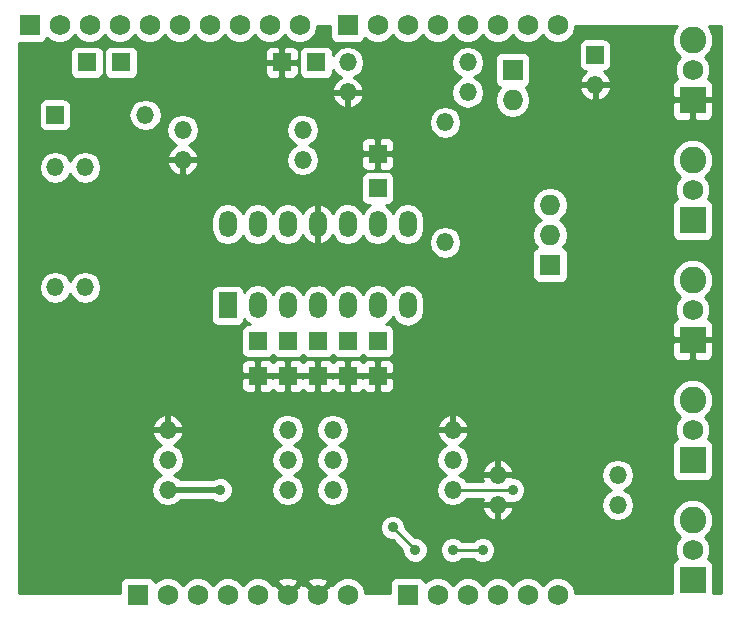
<source format=gbl>
G04 (created by PCBNEW (22-Jun-2014 BZR 4027)-stable) date Thu 21 Jun 2018 11:33:33 PM CDT*
%MOIN*%
G04 Gerber Fmt 3.4, Leading zero omitted, Abs format*
%FSLAX34Y34*%
G01*
G70*
G90*
G04 APERTURE LIST*
%ADD10C,0.00590551*%
%ADD11R,0.059X0.059*%
%ADD12O,0.059X0.059*%
%ADD13R,0.059X0.0885*%
%ADD14O,0.059X0.0885*%
%ADD15R,0.064X0.059*%
%ADD16R,0.059X0.064*%
%ADD17R,0.069X0.069*%
%ADD18C,0.069*%
%ADD19O,0.069X0.069*%
%ADD20R,0.089X0.089*%
%ADD21C,0.089*%
%ADD22C,0.035*%
%ADD23C,0.01*%
%ADD24C,0.02*%
G04 APERTURE END LIST*
G54D10*
G54D11*
X88250Y-50000D03*
G54D12*
X88250Y-51000D03*
G54D13*
X76000Y-58352D03*
G54D14*
X77000Y-58352D03*
X78000Y-58352D03*
X79000Y-58352D03*
X79000Y-55647D03*
X78000Y-55647D03*
X77000Y-55647D03*
X76000Y-55647D03*
X80000Y-58352D03*
X81000Y-58352D03*
X82000Y-58352D03*
X80000Y-55647D03*
X81000Y-55647D03*
X82000Y-55647D03*
G54D15*
X71300Y-50250D03*
X72450Y-50250D03*
G54D16*
X77000Y-59550D03*
X77000Y-60700D03*
X78000Y-59550D03*
X78000Y-60700D03*
X81000Y-54450D03*
X81000Y-53300D03*
X81000Y-59550D03*
X81000Y-60700D03*
X80000Y-59550D03*
X80000Y-60700D03*
X79000Y-59550D03*
X79000Y-60700D03*
G54D17*
X73000Y-68000D03*
G54D18*
X74000Y-68000D03*
X75000Y-68000D03*
X76000Y-68000D03*
X77000Y-68000D03*
X78000Y-68000D03*
X79000Y-68000D03*
X80000Y-68000D03*
G54D17*
X80000Y-49000D03*
G54D18*
X81000Y-49000D03*
X82000Y-49000D03*
X83000Y-49000D03*
X84000Y-49000D03*
X85000Y-49000D03*
X86000Y-49000D03*
X87000Y-49000D03*
G54D17*
X82000Y-68000D03*
G54D18*
X83000Y-68000D03*
X84000Y-68000D03*
X85000Y-68000D03*
X86000Y-68000D03*
X87000Y-68000D03*
G54D17*
X69400Y-49000D03*
G54D18*
X70400Y-49000D03*
X71400Y-49000D03*
X72400Y-49000D03*
X73400Y-49000D03*
X74400Y-49000D03*
X75400Y-49000D03*
X76400Y-49000D03*
X77400Y-49000D03*
X78400Y-49000D03*
G54D17*
X85500Y-50500D03*
G54D19*
X85500Y-51500D03*
G54D20*
X91500Y-51500D03*
G54D21*
X91500Y-49500D03*
G54D18*
X91500Y-50500D03*
G54D20*
X91500Y-55500D03*
G54D21*
X91500Y-53500D03*
G54D18*
X91500Y-54500D03*
G54D20*
X91500Y-59500D03*
G54D21*
X91500Y-57500D03*
G54D18*
X91500Y-58500D03*
G54D20*
X91500Y-63500D03*
G54D21*
X91500Y-61500D03*
G54D18*
X91500Y-62500D03*
G54D12*
X74500Y-53500D03*
X78500Y-53500D03*
X71250Y-57750D03*
X71250Y-53750D03*
X80000Y-50250D03*
X84000Y-50250D03*
G54D11*
X70250Y-52000D03*
G54D12*
X73250Y-52000D03*
X79500Y-63500D03*
X83500Y-63500D03*
X83500Y-62500D03*
X79500Y-62500D03*
X79500Y-64500D03*
X83500Y-64500D03*
X89000Y-64000D03*
X85000Y-64000D03*
X78000Y-63500D03*
X74000Y-63500D03*
X74000Y-62500D03*
X78000Y-62500D03*
X78000Y-64500D03*
X74000Y-64500D03*
X89000Y-65000D03*
X85000Y-65000D03*
X83250Y-56250D03*
X83250Y-52250D03*
X80000Y-51250D03*
X84000Y-51250D03*
X70250Y-57750D03*
X70250Y-53750D03*
X78500Y-52500D03*
X74500Y-52500D03*
G54D15*
X78950Y-50250D03*
X77800Y-50250D03*
G54D17*
X86750Y-57000D03*
G54D19*
X86750Y-56000D03*
X86750Y-55000D03*
G54D20*
X91500Y-67500D03*
G54D21*
X91500Y-65500D03*
G54D18*
X91500Y-66500D03*
G54D22*
X85500Y-64500D03*
X75750Y-64500D03*
X84500Y-66500D03*
X83500Y-66500D03*
X82250Y-66500D03*
X81500Y-65750D03*
G54D23*
X83500Y-64500D02*
X85500Y-64500D01*
G54D24*
X74000Y-64500D02*
X75750Y-64500D01*
G54D23*
X83500Y-66500D02*
X84500Y-66500D01*
X81500Y-65750D02*
X82250Y-66500D01*
G54D10*
G36*
X92450Y-67950D02*
X92194Y-67950D01*
X92195Y-67895D01*
X92195Y-67005D01*
X92157Y-66913D01*
X92086Y-66843D01*
X92014Y-66813D01*
X92094Y-66618D01*
X92095Y-66382D01*
X92004Y-66163D01*
X91912Y-66070D01*
X92088Y-65894D01*
X92194Y-65638D01*
X92195Y-65362D01*
X92195Y-61362D01*
X92195Y-57362D01*
X92195Y-53362D01*
X92195Y-53362D01*
X92195Y-51994D01*
X92195Y-51612D01*
X92132Y-51550D01*
X91550Y-51550D01*
X91550Y-52132D01*
X91612Y-52195D01*
X91895Y-52195D01*
X91994Y-52194D01*
X92086Y-52156D01*
X92157Y-52086D01*
X92195Y-51994D01*
X92195Y-53362D01*
X92089Y-53106D01*
X91894Y-52911D01*
X91638Y-52805D01*
X91450Y-52804D01*
X91450Y-52132D01*
X91450Y-51550D01*
X90867Y-51550D01*
X90805Y-51612D01*
X90804Y-51994D01*
X90842Y-52086D01*
X90913Y-52156D01*
X91005Y-52194D01*
X91104Y-52195D01*
X91387Y-52195D01*
X91450Y-52132D01*
X91450Y-52804D01*
X91362Y-52804D01*
X91106Y-52910D01*
X90911Y-53105D01*
X90805Y-53361D01*
X90804Y-53637D01*
X90910Y-53893D01*
X91087Y-54070D01*
X90995Y-54162D01*
X90905Y-54381D01*
X90904Y-54617D01*
X90985Y-54813D01*
X90913Y-54842D01*
X90843Y-54913D01*
X90805Y-55005D01*
X90804Y-55104D01*
X90804Y-55994D01*
X90842Y-56086D01*
X90913Y-56156D01*
X91005Y-56194D01*
X91104Y-56195D01*
X91994Y-56195D01*
X92086Y-56157D01*
X92156Y-56086D01*
X92194Y-55994D01*
X92195Y-55895D01*
X92195Y-55005D01*
X92157Y-54913D01*
X92086Y-54843D01*
X92014Y-54813D01*
X92094Y-54618D01*
X92095Y-54382D01*
X92004Y-54163D01*
X91912Y-54070D01*
X92088Y-53894D01*
X92194Y-53638D01*
X92195Y-53362D01*
X92195Y-57362D01*
X92089Y-57106D01*
X91894Y-56911D01*
X91638Y-56805D01*
X91362Y-56804D01*
X91106Y-56910D01*
X90911Y-57105D01*
X90805Y-57361D01*
X90804Y-57637D01*
X90910Y-57893D01*
X91087Y-58070D01*
X90995Y-58162D01*
X90905Y-58381D01*
X90904Y-58617D01*
X90985Y-58813D01*
X90913Y-58843D01*
X90842Y-58913D01*
X90804Y-59005D01*
X90805Y-59387D01*
X90867Y-59450D01*
X91450Y-59450D01*
X91450Y-59442D01*
X91550Y-59442D01*
X91550Y-59450D01*
X92132Y-59450D01*
X92195Y-59387D01*
X92195Y-59005D01*
X92157Y-58913D01*
X92086Y-58843D01*
X92014Y-58813D01*
X92094Y-58618D01*
X92095Y-58382D01*
X92004Y-58163D01*
X91912Y-58070D01*
X92088Y-57894D01*
X92194Y-57638D01*
X92195Y-57362D01*
X92195Y-61362D01*
X92195Y-61362D01*
X92195Y-59994D01*
X92195Y-59612D01*
X92132Y-59550D01*
X91550Y-59550D01*
X91550Y-60132D01*
X91612Y-60195D01*
X91895Y-60195D01*
X91994Y-60194D01*
X92086Y-60156D01*
X92157Y-60086D01*
X92195Y-59994D01*
X92195Y-61362D01*
X92089Y-61106D01*
X91894Y-60911D01*
X91638Y-60805D01*
X91450Y-60804D01*
X91450Y-60132D01*
X91450Y-59550D01*
X90867Y-59550D01*
X90805Y-59612D01*
X90804Y-59994D01*
X90842Y-60086D01*
X90913Y-60156D01*
X91005Y-60194D01*
X91104Y-60195D01*
X91387Y-60195D01*
X91450Y-60132D01*
X91450Y-60804D01*
X91362Y-60804D01*
X91106Y-60910D01*
X90911Y-61105D01*
X90805Y-61361D01*
X90804Y-61637D01*
X90910Y-61893D01*
X91087Y-62070D01*
X90995Y-62162D01*
X90905Y-62381D01*
X90904Y-62617D01*
X90985Y-62813D01*
X90913Y-62842D01*
X90843Y-62913D01*
X90805Y-63005D01*
X90804Y-63104D01*
X90804Y-63994D01*
X90842Y-64086D01*
X90913Y-64156D01*
X91005Y-64194D01*
X91104Y-64195D01*
X91994Y-64195D01*
X92086Y-64157D01*
X92156Y-64086D01*
X92194Y-63994D01*
X92195Y-63895D01*
X92195Y-63005D01*
X92157Y-62913D01*
X92086Y-62843D01*
X92014Y-62813D01*
X92094Y-62618D01*
X92095Y-62382D01*
X92004Y-62163D01*
X91912Y-62070D01*
X92088Y-61894D01*
X92194Y-61638D01*
X92195Y-61362D01*
X92195Y-65362D01*
X92089Y-65106D01*
X91894Y-64911D01*
X91638Y-64805D01*
X91362Y-64804D01*
X91106Y-64910D01*
X90911Y-65105D01*
X90805Y-65361D01*
X90804Y-65637D01*
X90910Y-65893D01*
X91087Y-66070D01*
X90995Y-66162D01*
X90905Y-66381D01*
X90904Y-66617D01*
X90985Y-66813D01*
X90913Y-66842D01*
X90843Y-66913D01*
X90805Y-67005D01*
X90804Y-67104D01*
X90804Y-67950D01*
X89555Y-67950D01*
X89555Y-65000D01*
X89514Y-64791D01*
X89396Y-64614D01*
X89224Y-64500D01*
X89396Y-64385D01*
X89514Y-64208D01*
X89555Y-64000D01*
X89514Y-63791D01*
X89396Y-63614D01*
X89219Y-63496D01*
X89010Y-63455D01*
X88989Y-63455D01*
X88795Y-63493D01*
X88795Y-50245D01*
X88795Y-49655D01*
X88757Y-49563D01*
X88686Y-49493D01*
X88594Y-49455D01*
X88495Y-49454D01*
X87905Y-49454D01*
X87813Y-49492D01*
X87743Y-49563D01*
X87705Y-49655D01*
X87704Y-49754D01*
X87704Y-50344D01*
X87742Y-50436D01*
X87813Y-50506D01*
X87905Y-50544D01*
X87956Y-50545D01*
X87813Y-50673D01*
X87721Y-50865D01*
X87769Y-50950D01*
X88200Y-50950D01*
X88200Y-50942D01*
X88300Y-50942D01*
X88300Y-50950D01*
X88730Y-50950D01*
X88778Y-50865D01*
X88686Y-50673D01*
X88543Y-50545D01*
X88594Y-50545D01*
X88686Y-50507D01*
X88756Y-50436D01*
X88794Y-50344D01*
X88795Y-50245D01*
X88795Y-63493D01*
X88780Y-63496D01*
X88778Y-63498D01*
X88778Y-51134D01*
X88730Y-51050D01*
X88300Y-51050D01*
X88300Y-51479D01*
X88384Y-51528D01*
X88528Y-51468D01*
X88686Y-51326D01*
X88778Y-51134D01*
X88778Y-63498D01*
X88603Y-63614D01*
X88485Y-63791D01*
X88444Y-64000D01*
X88485Y-64208D01*
X88603Y-64385D01*
X88775Y-64500D01*
X88603Y-64614D01*
X88485Y-64791D01*
X88444Y-65000D01*
X88485Y-65208D01*
X88603Y-65385D01*
X88780Y-65503D01*
X88989Y-65545D01*
X89010Y-65545D01*
X89219Y-65503D01*
X89396Y-65385D01*
X89514Y-65208D01*
X89555Y-65000D01*
X89555Y-67950D01*
X88200Y-67950D01*
X88200Y-51479D01*
X88200Y-51050D01*
X87769Y-51050D01*
X87721Y-51134D01*
X87813Y-51326D01*
X87971Y-51468D01*
X88115Y-51528D01*
X88200Y-51479D01*
X88200Y-67950D01*
X87595Y-67950D01*
X87595Y-67882D01*
X87504Y-67663D01*
X87356Y-67515D01*
X87356Y-56000D01*
X87311Y-55772D01*
X87182Y-55579D01*
X87063Y-55500D01*
X87182Y-55420D01*
X87311Y-55227D01*
X87356Y-55000D01*
X87311Y-54772D01*
X87182Y-54579D01*
X86989Y-54450D01*
X86761Y-54405D01*
X86738Y-54405D01*
X86510Y-54450D01*
X86317Y-54579D01*
X86188Y-54772D01*
X86143Y-55000D01*
X86188Y-55227D01*
X86317Y-55420D01*
X86436Y-55500D01*
X86317Y-55579D01*
X86188Y-55772D01*
X86143Y-56000D01*
X86188Y-56227D01*
X86317Y-56420D01*
X86263Y-56442D01*
X86193Y-56513D01*
X86155Y-56605D01*
X86154Y-56704D01*
X86154Y-57394D01*
X86192Y-57486D01*
X86263Y-57556D01*
X86355Y-57594D01*
X86454Y-57595D01*
X87144Y-57595D01*
X87236Y-57557D01*
X87306Y-57486D01*
X87344Y-57394D01*
X87345Y-57295D01*
X87345Y-56605D01*
X87307Y-56513D01*
X87236Y-56443D01*
X87182Y-56420D01*
X87311Y-56227D01*
X87356Y-56000D01*
X87356Y-67515D01*
X87337Y-67495D01*
X87118Y-67405D01*
X86882Y-67404D01*
X86663Y-67495D01*
X86499Y-67658D01*
X86337Y-67495D01*
X86118Y-67405D01*
X86095Y-67405D01*
X86095Y-50795D01*
X86095Y-50105D01*
X86057Y-50013D01*
X85986Y-49943D01*
X85894Y-49905D01*
X85795Y-49904D01*
X85105Y-49904D01*
X85013Y-49942D01*
X84943Y-50013D01*
X84905Y-50105D01*
X84904Y-50204D01*
X84904Y-50894D01*
X84942Y-50986D01*
X85013Y-51056D01*
X85070Y-51080D01*
X84950Y-51260D01*
X84905Y-51488D01*
X84905Y-51511D01*
X84950Y-51739D01*
X85079Y-51932D01*
X85272Y-52061D01*
X85500Y-52106D01*
X85727Y-52061D01*
X85920Y-51932D01*
X86049Y-51739D01*
X86095Y-51511D01*
X86095Y-51488D01*
X86049Y-51260D01*
X85929Y-51080D01*
X85986Y-51057D01*
X86056Y-50986D01*
X86094Y-50894D01*
X86095Y-50795D01*
X86095Y-67405D01*
X85925Y-67404D01*
X85925Y-64415D01*
X85860Y-64259D01*
X85741Y-64139D01*
X85584Y-64075D01*
X85528Y-64075D01*
X85528Y-63865D01*
X85468Y-63721D01*
X85326Y-63563D01*
X85134Y-63471D01*
X85050Y-63519D01*
X85050Y-63950D01*
X85479Y-63950D01*
X85528Y-63865D01*
X85528Y-64075D01*
X85494Y-64074D01*
X85479Y-64050D01*
X85050Y-64050D01*
X85050Y-64057D01*
X84950Y-64057D01*
X84950Y-64050D01*
X84950Y-63950D01*
X84950Y-63519D01*
X84865Y-63471D01*
X84673Y-63563D01*
X84555Y-63694D01*
X84555Y-51250D01*
X84514Y-51041D01*
X84396Y-50864D01*
X84224Y-50750D01*
X84396Y-50635D01*
X84514Y-50458D01*
X84555Y-50250D01*
X84514Y-50041D01*
X84396Y-49864D01*
X84219Y-49746D01*
X84010Y-49705D01*
X83989Y-49705D01*
X83780Y-49746D01*
X83603Y-49864D01*
X83485Y-50041D01*
X83444Y-50250D01*
X83485Y-50458D01*
X83603Y-50635D01*
X83775Y-50750D01*
X83603Y-50864D01*
X83485Y-51041D01*
X83444Y-51250D01*
X83485Y-51458D01*
X83603Y-51635D01*
X83780Y-51753D01*
X83989Y-51795D01*
X84010Y-51795D01*
X84219Y-51753D01*
X84396Y-51635D01*
X84514Y-51458D01*
X84555Y-51250D01*
X84555Y-63694D01*
X84531Y-63721D01*
X84471Y-63865D01*
X84520Y-63950D01*
X84950Y-63950D01*
X84950Y-64050D01*
X84520Y-64050D01*
X84471Y-64134D01*
X84499Y-64200D01*
X83953Y-64200D01*
X83896Y-64114D01*
X83724Y-64000D01*
X83896Y-63885D01*
X84014Y-63708D01*
X84055Y-63500D01*
X84014Y-63291D01*
X83896Y-63114D01*
X83719Y-62996D01*
X83706Y-62993D01*
X83826Y-62936D01*
X83968Y-62778D01*
X84028Y-62634D01*
X84028Y-62365D01*
X83968Y-62221D01*
X83826Y-62063D01*
X83795Y-62048D01*
X83795Y-56260D01*
X83795Y-56239D01*
X83795Y-52260D01*
X83795Y-52239D01*
X83753Y-52030D01*
X83635Y-51853D01*
X83458Y-51735D01*
X83250Y-51694D01*
X83041Y-51735D01*
X82864Y-51853D01*
X82746Y-52030D01*
X82705Y-52239D01*
X82705Y-52260D01*
X82746Y-52469D01*
X82864Y-52646D01*
X83041Y-52764D01*
X83250Y-52805D01*
X83458Y-52764D01*
X83635Y-52646D01*
X83753Y-52469D01*
X83795Y-52260D01*
X83795Y-56239D01*
X83753Y-56030D01*
X83635Y-55853D01*
X83458Y-55735D01*
X83250Y-55694D01*
X83041Y-55735D01*
X82864Y-55853D01*
X82746Y-56030D01*
X82705Y-56239D01*
X82705Y-56260D01*
X82746Y-56469D01*
X82864Y-56646D01*
X83041Y-56764D01*
X83250Y-56805D01*
X83458Y-56764D01*
X83635Y-56646D01*
X83753Y-56469D01*
X83795Y-56260D01*
X83795Y-62048D01*
X83634Y-61971D01*
X83550Y-62019D01*
X83550Y-62450D01*
X83979Y-62450D01*
X84028Y-62365D01*
X84028Y-62634D01*
X83979Y-62550D01*
X83550Y-62550D01*
X83550Y-62557D01*
X83450Y-62557D01*
X83450Y-62550D01*
X83450Y-62450D01*
X83450Y-62019D01*
X83365Y-61971D01*
X83173Y-62063D01*
X83031Y-62221D01*
X82971Y-62365D01*
X83020Y-62450D01*
X83450Y-62450D01*
X83450Y-62550D01*
X83020Y-62550D01*
X82971Y-62634D01*
X83031Y-62778D01*
X83173Y-62936D01*
X83293Y-62993D01*
X83280Y-62996D01*
X83103Y-63114D01*
X82985Y-63291D01*
X82944Y-63500D01*
X82985Y-63708D01*
X83103Y-63885D01*
X83275Y-64000D01*
X83103Y-64114D01*
X82985Y-64291D01*
X82944Y-64500D01*
X82985Y-64708D01*
X83103Y-64885D01*
X83280Y-65003D01*
X83489Y-65045D01*
X83510Y-65045D01*
X83719Y-65003D01*
X83896Y-64885D01*
X83953Y-64800D01*
X84499Y-64800D01*
X84471Y-64865D01*
X84520Y-64950D01*
X84950Y-64950D01*
X84950Y-64942D01*
X85050Y-64942D01*
X85050Y-64950D01*
X85479Y-64950D01*
X85494Y-64924D01*
X85584Y-64925D01*
X85740Y-64860D01*
X85860Y-64741D01*
X85924Y-64584D01*
X85925Y-64415D01*
X85925Y-67404D01*
X85882Y-67404D01*
X85663Y-67495D01*
X85528Y-67630D01*
X85528Y-65134D01*
X85479Y-65050D01*
X85050Y-65050D01*
X85050Y-65480D01*
X85134Y-65528D01*
X85326Y-65436D01*
X85468Y-65278D01*
X85528Y-65134D01*
X85528Y-67630D01*
X85499Y-67658D01*
X85337Y-67495D01*
X85118Y-67405D01*
X84950Y-67404D01*
X84950Y-65480D01*
X84950Y-65050D01*
X84520Y-65050D01*
X84471Y-65134D01*
X84531Y-65278D01*
X84673Y-65436D01*
X84865Y-65528D01*
X84950Y-65480D01*
X84950Y-67404D01*
X84925Y-67404D01*
X84925Y-66415D01*
X84860Y-66259D01*
X84741Y-66139D01*
X84584Y-66075D01*
X84415Y-66074D01*
X84259Y-66139D01*
X84198Y-66200D01*
X83801Y-66200D01*
X83741Y-66139D01*
X83584Y-66075D01*
X83415Y-66074D01*
X83259Y-66139D01*
X83139Y-66258D01*
X83075Y-66415D01*
X83074Y-66584D01*
X83139Y-66740D01*
X83258Y-66860D01*
X83415Y-66924D01*
X83584Y-66925D01*
X83740Y-66860D01*
X83801Y-66800D01*
X84198Y-66800D01*
X84258Y-66860D01*
X84415Y-66924D01*
X84584Y-66925D01*
X84740Y-66860D01*
X84860Y-66741D01*
X84924Y-66584D01*
X84925Y-66415D01*
X84925Y-67404D01*
X84882Y-67404D01*
X84663Y-67495D01*
X84499Y-67658D01*
X84337Y-67495D01*
X84118Y-67405D01*
X83882Y-67404D01*
X83663Y-67495D01*
X83499Y-67658D01*
X83337Y-67495D01*
X83118Y-67405D01*
X82882Y-67404D01*
X82675Y-67490D01*
X82675Y-66415D01*
X82610Y-66259D01*
X82545Y-66193D01*
X82545Y-58513D01*
X82545Y-58191D01*
X82545Y-55808D01*
X82545Y-55486D01*
X82503Y-55277D01*
X82385Y-55101D01*
X82208Y-54982D01*
X82000Y-54941D01*
X81791Y-54982D01*
X81614Y-55101D01*
X81500Y-55272D01*
X81385Y-55101D01*
X81264Y-55020D01*
X81344Y-55020D01*
X81436Y-54982D01*
X81506Y-54911D01*
X81544Y-54819D01*
X81545Y-54720D01*
X81545Y-54080D01*
X81545Y-53669D01*
X81545Y-52930D01*
X81507Y-52838D01*
X81436Y-52768D01*
X81344Y-52730D01*
X81245Y-52729D01*
X81112Y-52730D01*
X81050Y-52792D01*
X81050Y-53250D01*
X81482Y-53250D01*
X81545Y-53187D01*
X81545Y-52930D01*
X81545Y-53669D01*
X81545Y-53412D01*
X81482Y-53350D01*
X81050Y-53350D01*
X81050Y-53807D01*
X81112Y-53870D01*
X81245Y-53870D01*
X81344Y-53869D01*
X81436Y-53831D01*
X81507Y-53761D01*
X81545Y-53669D01*
X81545Y-54080D01*
X81507Y-53988D01*
X81436Y-53918D01*
X81344Y-53880D01*
X81245Y-53879D01*
X80950Y-53879D01*
X80950Y-53807D01*
X80950Y-53350D01*
X80950Y-53250D01*
X80950Y-52792D01*
X80887Y-52730D01*
X80754Y-52729D01*
X80655Y-52730D01*
X80563Y-52768D01*
X80555Y-52775D01*
X80555Y-50250D01*
X80514Y-50041D01*
X80396Y-49864D01*
X80219Y-49746D01*
X80010Y-49705D01*
X79989Y-49705D01*
X79780Y-49746D01*
X79603Y-49864D01*
X79520Y-49990D01*
X79520Y-49905D01*
X79482Y-49813D01*
X79411Y-49743D01*
X79319Y-49705D01*
X79220Y-49704D01*
X78580Y-49704D01*
X78488Y-49742D01*
X78418Y-49813D01*
X78380Y-49905D01*
X78379Y-50004D01*
X78379Y-50594D01*
X78417Y-50686D01*
X78488Y-50756D01*
X78580Y-50794D01*
X78679Y-50795D01*
X79319Y-50795D01*
X79411Y-50757D01*
X79481Y-50686D01*
X79519Y-50594D01*
X79520Y-50509D01*
X79603Y-50635D01*
X79780Y-50753D01*
X79793Y-50756D01*
X79673Y-50813D01*
X79531Y-50971D01*
X79471Y-51115D01*
X79520Y-51200D01*
X79950Y-51200D01*
X79950Y-51192D01*
X80050Y-51192D01*
X80050Y-51200D01*
X80479Y-51200D01*
X80528Y-51115D01*
X80468Y-50971D01*
X80326Y-50813D01*
X80206Y-50756D01*
X80219Y-50753D01*
X80396Y-50635D01*
X80514Y-50458D01*
X80555Y-50250D01*
X80555Y-52775D01*
X80528Y-52803D01*
X80528Y-51384D01*
X80479Y-51300D01*
X80050Y-51300D01*
X80050Y-51730D01*
X80134Y-51778D01*
X80326Y-51686D01*
X80468Y-51528D01*
X80528Y-51384D01*
X80528Y-52803D01*
X80492Y-52838D01*
X80454Y-52930D01*
X80455Y-53187D01*
X80517Y-53250D01*
X80950Y-53250D01*
X80950Y-53350D01*
X80517Y-53350D01*
X80455Y-53412D01*
X80454Y-53669D01*
X80492Y-53761D01*
X80563Y-53831D01*
X80655Y-53869D01*
X80754Y-53870D01*
X80887Y-53870D01*
X80950Y-53807D01*
X80950Y-53879D01*
X80655Y-53879D01*
X80563Y-53917D01*
X80493Y-53988D01*
X80455Y-54080D01*
X80454Y-54179D01*
X80454Y-54819D01*
X80492Y-54911D01*
X80563Y-54981D01*
X80655Y-55019D01*
X80735Y-55020D01*
X80614Y-55101D01*
X80500Y-55272D01*
X80385Y-55101D01*
X80208Y-54982D01*
X80000Y-54941D01*
X79950Y-54951D01*
X79950Y-51730D01*
X79950Y-51300D01*
X79520Y-51300D01*
X79471Y-51384D01*
X79531Y-51528D01*
X79673Y-51686D01*
X79865Y-51778D01*
X79950Y-51730D01*
X79950Y-54951D01*
X79791Y-54982D01*
X79614Y-55101D01*
X79496Y-55277D01*
X79495Y-55282D01*
X79484Y-55245D01*
X79350Y-55079D01*
X79162Y-54977D01*
X79134Y-54971D01*
X79055Y-55016D01*
X79055Y-53500D01*
X79014Y-53291D01*
X78896Y-53114D01*
X78724Y-53000D01*
X78896Y-52885D01*
X79014Y-52708D01*
X79055Y-52500D01*
X79014Y-52291D01*
X78896Y-52114D01*
X78719Y-51996D01*
X78510Y-51955D01*
X78489Y-51955D01*
X78370Y-51978D01*
X78370Y-50495D01*
X78370Y-50004D01*
X78369Y-49905D01*
X78331Y-49813D01*
X78261Y-49742D01*
X78169Y-49704D01*
X77912Y-49705D01*
X77850Y-49767D01*
X77850Y-50200D01*
X78307Y-50200D01*
X78370Y-50137D01*
X78370Y-50004D01*
X78370Y-50495D01*
X78370Y-50362D01*
X78307Y-50300D01*
X77850Y-50300D01*
X77850Y-50732D01*
X77912Y-50795D01*
X78169Y-50795D01*
X78261Y-50757D01*
X78331Y-50686D01*
X78369Y-50594D01*
X78370Y-50495D01*
X78370Y-51978D01*
X78280Y-51996D01*
X78103Y-52114D01*
X77985Y-52291D01*
X77944Y-52500D01*
X77985Y-52708D01*
X78103Y-52885D01*
X78275Y-53000D01*
X78103Y-53114D01*
X77985Y-53291D01*
X77944Y-53500D01*
X77985Y-53708D01*
X78103Y-53885D01*
X78280Y-54003D01*
X78489Y-54045D01*
X78510Y-54045D01*
X78719Y-54003D01*
X78896Y-53885D01*
X79014Y-53708D01*
X79055Y-53500D01*
X79055Y-55016D01*
X79050Y-55020D01*
X79050Y-55597D01*
X79057Y-55597D01*
X79057Y-55697D01*
X79050Y-55697D01*
X79050Y-56274D01*
X79134Y-56323D01*
X79162Y-56317D01*
X79350Y-56215D01*
X79484Y-56049D01*
X79495Y-56012D01*
X79496Y-56017D01*
X79614Y-56193D01*
X79791Y-56312D01*
X80000Y-56353D01*
X80208Y-56312D01*
X80385Y-56193D01*
X80500Y-56022D01*
X80614Y-56193D01*
X80791Y-56312D01*
X81000Y-56353D01*
X81208Y-56312D01*
X81385Y-56193D01*
X81500Y-56022D01*
X81614Y-56193D01*
X81791Y-56312D01*
X82000Y-56353D01*
X82208Y-56312D01*
X82385Y-56193D01*
X82503Y-56017D01*
X82545Y-55808D01*
X82545Y-58191D01*
X82503Y-57982D01*
X82385Y-57806D01*
X82208Y-57687D01*
X82000Y-57646D01*
X81791Y-57687D01*
X81614Y-57806D01*
X81500Y-57977D01*
X81385Y-57806D01*
X81208Y-57687D01*
X81000Y-57646D01*
X80791Y-57687D01*
X80614Y-57806D01*
X80500Y-57977D01*
X80385Y-57806D01*
X80208Y-57687D01*
X80000Y-57646D01*
X79791Y-57687D01*
X79614Y-57806D01*
X79500Y-57977D01*
X79385Y-57806D01*
X79208Y-57687D01*
X79000Y-57646D01*
X78950Y-57656D01*
X78950Y-56274D01*
X78950Y-55697D01*
X78942Y-55697D01*
X78942Y-55597D01*
X78950Y-55597D01*
X78950Y-55020D01*
X78865Y-54971D01*
X78837Y-54977D01*
X78649Y-55079D01*
X78515Y-55245D01*
X78504Y-55282D01*
X78503Y-55277D01*
X78385Y-55101D01*
X78208Y-54982D01*
X78000Y-54941D01*
X77791Y-54982D01*
X77750Y-55010D01*
X77750Y-50732D01*
X77750Y-50300D01*
X77750Y-50200D01*
X77750Y-49767D01*
X77687Y-49705D01*
X77430Y-49704D01*
X77338Y-49742D01*
X77268Y-49813D01*
X77230Y-49905D01*
X77229Y-50004D01*
X77230Y-50137D01*
X77292Y-50200D01*
X77750Y-50200D01*
X77750Y-50300D01*
X77292Y-50300D01*
X77230Y-50362D01*
X77229Y-50495D01*
X77230Y-50594D01*
X77268Y-50686D01*
X77338Y-50757D01*
X77430Y-50795D01*
X77687Y-50795D01*
X77750Y-50732D01*
X77750Y-55010D01*
X77614Y-55101D01*
X77500Y-55272D01*
X77385Y-55101D01*
X77208Y-54982D01*
X77000Y-54941D01*
X76791Y-54982D01*
X76614Y-55101D01*
X76500Y-55272D01*
X76385Y-55101D01*
X76208Y-54982D01*
X76000Y-54941D01*
X75791Y-54982D01*
X75614Y-55101D01*
X75496Y-55277D01*
X75455Y-55486D01*
X75455Y-55808D01*
X75496Y-56017D01*
X75614Y-56193D01*
X75791Y-56312D01*
X76000Y-56353D01*
X76208Y-56312D01*
X76385Y-56193D01*
X76500Y-56022D01*
X76614Y-56193D01*
X76791Y-56312D01*
X77000Y-56353D01*
X77208Y-56312D01*
X77385Y-56193D01*
X77500Y-56022D01*
X77614Y-56193D01*
X77791Y-56312D01*
X78000Y-56353D01*
X78208Y-56312D01*
X78385Y-56193D01*
X78503Y-56017D01*
X78504Y-56012D01*
X78515Y-56049D01*
X78649Y-56215D01*
X78837Y-56317D01*
X78865Y-56323D01*
X78950Y-56274D01*
X78950Y-57656D01*
X78791Y-57687D01*
X78614Y-57806D01*
X78500Y-57977D01*
X78385Y-57806D01*
X78208Y-57687D01*
X78000Y-57646D01*
X77791Y-57687D01*
X77614Y-57806D01*
X77500Y-57977D01*
X77385Y-57806D01*
X77208Y-57687D01*
X77000Y-57646D01*
X76791Y-57687D01*
X76614Y-57806D01*
X76545Y-57910D01*
X76545Y-57860D01*
X76507Y-57768D01*
X76436Y-57698D01*
X76344Y-57660D01*
X76245Y-57659D01*
X75655Y-57659D01*
X75563Y-57697D01*
X75493Y-57768D01*
X75455Y-57860D01*
X75454Y-57959D01*
X75454Y-58844D01*
X75492Y-58936D01*
X75563Y-59006D01*
X75655Y-59044D01*
X75754Y-59045D01*
X76344Y-59045D01*
X76436Y-59007D01*
X76506Y-58936D01*
X76544Y-58844D01*
X76545Y-58794D01*
X76614Y-58898D01*
X76735Y-58979D01*
X76655Y-58979D01*
X76563Y-59017D01*
X76493Y-59088D01*
X76455Y-59180D01*
X76454Y-59279D01*
X76454Y-59919D01*
X76492Y-60011D01*
X76563Y-60081D01*
X76655Y-60119D01*
X76754Y-60120D01*
X77344Y-60120D01*
X77436Y-60082D01*
X77500Y-60018D01*
X77563Y-60081D01*
X77655Y-60119D01*
X77754Y-60120D01*
X78344Y-60120D01*
X78436Y-60082D01*
X78500Y-60018D01*
X78563Y-60081D01*
X78655Y-60119D01*
X78754Y-60120D01*
X79344Y-60120D01*
X79436Y-60082D01*
X79500Y-60018D01*
X79563Y-60081D01*
X79655Y-60119D01*
X79754Y-60120D01*
X80344Y-60120D01*
X80436Y-60082D01*
X80500Y-60018D01*
X80563Y-60081D01*
X80655Y-60119D01*
X80754Y-60120D01*
X81344Y-60120D01*
X81436Y-60082D01*
X81506Y-60011D01*
X81544Y-59919D01*
X81545Y-59820D01*
X81545Y-59180D01*
X81507Y-59088D01*
X81436Y-59018D01*
X81344Y-58980D01*
X81264Y-58979D01*
X81385Y-58898D01*
X81500Y-58727D01*
X81614Y-58898D01*
X81791Y-59017D01*
X82000Y-59058D01*
X82208Y-59017D01*
X82385Y-58898D01*
X82503Y-58722D01*
X82545Y-58513D01*
X82545Y-66193D01*
X82491Y-66139D01*
X82334Y-66075D01*
X82249Y-66074D01*
X81924Y-65750D01*
X81925Y-65665D01*
X81860Y-65509D01*
X81741Y-65389D01*
X81584Y-65325D01*
X81545Y-65325D01*
X81545Y-61069D01*
X81545Y-60330D01*
X81507Y-60238D01*
X81436Y-60168D01*
X81344Y-60130D01*
X81245Y-60129D01*
X81112Y-60130D01*
X81050Y-60192D01*
X81050Y-60650D01*
X81482Y-60650D01*
X81545Y-60587D01*
X81545Y-60330D01*
X81545Y-61069D01*
X81545Y-60812D01*
X81482Y-60750D01*
X81050Y-60750D01*
X81050Y-61207D01*
X81112Y-61270D01*
X81245Y-61270D01*
X81344Y-61269D01*
X81436Y-61231D01*
X81507Y-61161D01*
X81545Y-61069D01*
X81545Y-65325D01*
X81415Y-65324D01*
X81259Y-65389D01*
X81139Y-65508D01*
X81075Y-65665D01*
X81074Y-65834D01*
X81139Y-65990D01*
X81258Y-66110D01*
X81415Y-66174D01*
X81500Y-66175D01*
X81825Y-66499D01*
X81824Y-66584D01*
X81889Y-66740D01*
X82008Y-66860D01*
X82165Y-66924D01*
X82334Y-66925D01*
X82490Y-66860D01*
X82610Y-66741D01*
X82674Y-66584D01*
X82675Y-66415D01*
X82675Y-67490D01*
X82663Y-67495D01*
X82582Y-67575D01*
X82557Y-67513D01*
X82486Y-67443D01*
X82394Y-67405D01*
X82295Y-67404D01*
X81605Y-67404D01*
X81513Y-67442D01*
X81443Y-67513D01*
X81405Y-67605D01*
X81404Y-67704D01*
X81404Y-67950D01*
X80950Y-67950D01*
X80950Y-61207D01*
X80950Y-60750D01*
X80950Y-60650D01*
X80950Y-60192D01*
X80887Y-60130D01*
X80754Y-60129D01*
X80655Y-60130D01*
X80563Y-60168D01*
X80500Y-60231D01*
X80436Y-60168D01*
X80344Y-60130D01*
X80245Y-60129D01*
X80112Y-60130D01*
X80050Y-60192D01*
X80050Y-60650D01*
X80482Y-60650D01*
X80500Y-60632D01*
X80517Y-60650D01*
X80950Y-60650D01*
X80950Y-60750D01*
X80517Y-60750D01*
X80500Y-60767D01*
X80482Y-60750D01*
X80050Y-60750D01*
X80050Y-61207D01*
X80112Y-61270D01*
X80245Y-61270D01*
X80344Y-61269D01*
X80436Y-61231D01*
X80500Y-61168D01*
X80563Y-61231D01*
X80655Y-61269D01*
X80754Y-61270D01*
X80887Y-61270D01*
X80950Y-61207D01*
X80950Y-67950D01*
X80595Y-67950D01*
X80595Y-67882D01*
X80504Y-67663D01*
X80337Y-67495D01*
X80118Y-67405D01*
X80055Y-67405D01*
X80055Y-64500D01*
X80014Y-64291D01*
X79896Y-64114D01*
X79724Y-64000D01*
X79896Y-63885D01*
X80014Y-63708D01*
X80055Y-63500D01*
X80014Y-63291D01*
X79896Y-63114D01*
X79724Y-63000D01*
X79896Y-62885D01*
X80014Y-62708D01*
X80055Y-62500D01*
X80014Y-62291D01*
X79950Y-62195D01*
X79950Y-61207D01*
X79950Y-60750D01*
X79950Y-60650D01*
X79950Y-60192D01*
X79887Y-60130D01*
X79754Y-60129D01*
X79655Y-60130D01*
X79563Y-60168D01*
X79500Y-60231D01*
X79436Y-60168D01*
X79344Y-60130D01*
X79245Y-60129D01*
X79112Y-60130D01*
X79050Y-60192D01*
X79050Y-60650D01*
X79482Y-60650D01*
X79500Y-60632D01*
X79517Y-60650D01*
X79950Y-60650D01*
X79950Y-60750D01*
X79517Y-60750D01*
X79500Y-60767D01*
X79482Y-60750D01*
X79050Y-60750D01*
X79050Y-61207D01*
X79112Y-61270D01*
X79245Y-61270D01*
X79344Y-61269D01*
X79436Y-61231D01*
X79500Y-61168D01*
X79563Y-61231D01*
X79655Y-61269D01*
X79754Y-61270D01*
X79887Y-61270D01*
X79950Y-61207D01*
X79950Y-62195D01*
X79896Y-62114D01*
X79719Y-61996D01*
X79510Y-61955D01*
X79489Y-61955D01*
X79280Y-61996D01*
X79103Y-62114D01*
X78985Y-62291D01*
X78950Y-62471D01*
X78950Y-61207D01*
X78950Y-60750D01*
X78950Y-60650D01*
X78950Y-60192D01*
X78887Y-60130D01*
X78754Y-60129D01*
X78655Y-60130D01*
X78563Y-60168D01*
X78500Y-60231D01*
X78436Y-60168D01*
X78344Y-60130D01*
X78245Y-60129D01*
X78112Y-60130D01*
X78050Y-60192D01*
X78050Y-60650D01*
X78482Y-60650D01*
X78500Y-60632D01*
X78517Y-60650D01*
X78950Y-60650D01*
X78950Y-60750D01*
X78517Y-60750D01*
X78500Y-60767D01*
X78482Y-60750D01*
X78050Y-60750D01*
X78050Y-61207D01*
X78112Y-61270D01*
X78245Y-61270D01*
X78344Y-61269D01*
X78436Y-61231D01*
X78500Y-61168D01*
X78563Y-61231D01*
X78655Y-61269D01*
X78754Y-61270D01*
X78887Y-61270D01*
X78950Y-61207D01*
X78950Y-62471D01*
X78944Y-62500D01*
X78985Y-62708D01*
X79103Y-62885D01*
X79275Y-63000D01*
X79103Y-63114D01*
X78985Y-63291D01*
X78944Y-63500D01*
X78985Y-63708D01*
X79103Y-63885D01*
X79275Y-64000D01*
X79103Y-64114D01*
X78985Y-64291D01*
X78944Y-64500D01*
X78985Y-64708D01*
X79103Y-64885D01*
X79280Y-65003D01*
X79489Y-65045D01*
X79510Y-65045D01*
X79719Y-65003D01*
X79896Y-64885D01*
X80014Y-64708D01*
X80055Y-64500D01*
X80055Y-67405D01*
X79882Y-67404D01*
X79663Y-67495D01*
X79495Y-67662D01*
X79490Y-67675D01*
X79418Y-67652D01*
X79347Y-67722D01*
X79347Y-67581D01*
X79314Y-67481D01*
X79092Y-67400D01*
X78856Y-67410D01*
X78685Y-67481D01*
X78652Y-67581D01*
X79000Y-67929D01*
X79347Y-67581D01*
X79347Y-67722D01*
X79120Y-67950D01*
X78879Y-67950D01*
X78581Y-67652D01*
X78555Y-67660D01*
X78555Y-64500D01*
X78514Y-64291D01*
X78396Y-64114D01*
X78224Y-64000D01*
X78396Y-63885D01*
X78514Y-63708D01*
X78555Y-63500D01*
X78514Y-63291D01*
X78396Y-63114D01*
X78224Y-63000D01*
X78396Y-62885D01*
X78514Y-62708D01*
X78555Y-62500D01*
X78514Y-62291D01*
X78396Y-62114D01*
X78219Y-61996D01*
X78010Y-61955D01*
X77989Y-61955D01*
X77950Y-61962D01*
X77950Y-61207D01*
X77950Y-60750D01*
X77950Y-60650D01*
X77950Y-60192D01*
X77887Y-60130D01*
X77754Y-60129D01*
X77655Y-60130D01*
X77563Y-60168D01*
X77500Y-60231D01*
X77436Y-60168D01*
X77344Y-60130D01*
X77245Y-60129D01*
X77112Y-60130D01*
X77050Y-60192D01*
X77050Y-60650D01*
X77482Y-60650D01*
X77500Y-60632D01*
X77517Y-60650D01*
X77950Y-60650D01*
X77950Y-60750D01*
X77517Y-60750D01*
X77500Y-60767D01*
X77482Y-60750D01*
X77050Y-60750D01*
X77050Y-61207D01*
X77112Y-61270D01*
X77245Y-61270D01*
X77344Y-61269D01*
X77436Y-61231D01*
X77500Y-61168D01*
X77563Y-61231D01*
X77655Y-61269D01*
X77754Y-61270D01*
X77887Y-61270D01*
X77950Y-61207D01*
X77950Y-61962D01*
X77780Y-61996D01*
X77603Y-62114D01*
X77485Y-62291D01*
X77444Y-62500D01*
X77485Y-62708D01*
X77603Y-62885D01*
X77775Y-63000D01*
X77603Y-63114D01*
X77485Y-63291D01*
X77444Y-63500D01*
X77485Y-63708D01*
X77603Y-63885D01*
X77775Y-64000D01*
X77603Y-64114D01*
X77485Y-64291D01*
X77444Y-64500D01*
X77485Y-64708D01*
X77603Y-64885D01*
X77780Y-65003D01*
X77989Y-65045D01*
X78010Y-65045D01*
X78219Y-65003D01*
X78396Y-64885D01*
X78514Y-64708D01*
X78555Y-64500D01*
X78555Y-67660D01*
X78500Y-67678D01*
X78418Y-67652D01*
X78347Y-67722D01*
X78347Y-67581D01*
X78314Y-67481D01*
X78092Y-67400D01*
X77856Y-67410D01*
X77685Y-67481D01*
X77652Y-67581D01*
X78000Y-67929D01*
X78347Y-67581D01*
X78347Y-67722D01*
X78120Y-67950D01*
X77879Y-67950D01*
X77581Y-67652D01*
X77509Y-67675D01*
X77504Y-67663D01*
X77337Y-67495D01*
X77118Y-67405D01*
X76950Y-67404D01*
X76950Y-61207D01*
X76950Y-60750D01*
X76950Y-60650D01*
X76950Y-60192D01*
X76887Y-60130D01*
X76754Y-60129D01*
X76655Y-60130D01*
X76563Y-60168D01*
X76492Y-60238D01*
X76454Y-60330D01*
X76455Y-60587D01*
X76517Y-60650D01*
X76950Y-60650D01*
X76950Y-60750D01*
X76517Y-60750D01*
X76455Y-60812D01*
X76454Y-61069D01*
X76492Y-61161D01*
X76563Y-61231D01*
X76655Y-61269D01*
X76754Y-61270D01*
X76887Y-61270D01*
X76950Y-61207D01*
X76950Y-67404D01*
X76882Y-67404D01*
X76663Y-67495D01*
X76499Y-67658D01*
X76337Y-67495D01*
X76175Y-67428D01*
X76175Y-64415D01*
X76110Y-64259D01*
X75991Y-64139D01*
X75834Y-64075D01*
X75665Y-64074D01*
X75509Y-64139D01*
X75499Y-64150D01*
X75055Y-64150D01*
X75055Y-52500D01*
X75014Y-52291D01*
X74896Y-52114D01*
X74719Y-51996D01*
X74510Y-51955D01*
X74489Y-51955D01*
X74280Y-51996D01*
X74103Y-52114D01*
X73985Y-52291D01*
X73944Y-52500D01*
X73985Y-52708D01*
X74103Y-52885D01*
X74280Y-53003D01*
X74293Y-53006D01*
X74173Y-53063D01*
X74031Y-53221D01*
X73971Y-53365D01*
X74020Y-53450D01*
X74450Y-53450D01*
X74450Y-53442D01*
X74550Y-53442D01*
X74550Y-53450D01*
X74979Y-53450D01*
X75028Y-53365D01*
X74968Y-53221D01*
X74826Y-53063D01*
X74706Y-53006D01*
X74719Y-53003D01*
X74896Y-52885D01*
X75014Y-52708D01*
X75055Y-52500D01*
X75055Y-64150D01*
X75028Y-64150D01*
X75028Y-53634D01*
X74979Y-53550D01*
X74550Y-53550D01*
X74550Y-53980D01*
X74634Y-54028D01*
X74826Y-53936D01*
X74968Y-53778D01*
X75028Y-53634D01*
X75028Y-64150D01*
X74419Y-64150D01*
X74396Y-64114D01*
X74224Y-64000D01*
X74396Y-63885D01*
X74514Y-63708D01*
X74555Y-63500D01*
X74514Y-63291D01*
X74396Y-63114D01*
X74219Y-62996D01*
X74206Y-62993D01*
X74326Y-62936D01*
X74468Y-62778D01*
X74528Y-62634D01*
X74528Y-62365D01*
X74468Y-62221D01*
X74450Y-62200D01*
X74450Y-53980D01*
X74450Y-53550D01*
X74020Y-53550D01*
X73971Y-53634D01*
X74031Y-53778D01*
X74173Y-53936D01*
X74365Y-54028D01*
X74450Y-53980D01*
X74450Y-62200D01*
X74326Y-62063D01*
X74134Y-61971D01*
X74050Y-62019D01*
X74050Y-62450D01*
X74479Y-62450D01*
X74528Y-62365D01*
X74528Y-62634D01*
X74479Y-62550D01*
X74050Y-62550D01*
X74050Y-62557D01*
X73950Y-62557D01*
X73950Y-62550D01*
X73950Y-62450D01*
X73950Y-62019D01*
X73865Y-61971D01*
X73805Y-62000D01*
X73805Y-52000D01*
X73764Y-51791D01*
X73646Y-51614D01*
X73469Y-51496D01*
X73260Y-51455D01*
X73239Y-51455D01*
X73030Y-51496D01*
X73020Y-51503D01*
X73020Y-50495D01*
X73020Y-49905D01*
X72982Y-49813D01*
X72911Y-49743D01*
X72819Y-49705D01*
X72720Y-49704D01*
X72080Y-49704D01*
X71988Y-49742D01*
X71918Y-49813D01*
X71880Y-49905D01*
X71879Y-50004D01*
X71879Y-50594D01*
X71917Y-50686D01*
X71988Y-50756D01*
X72080Y-50794D01*
X72179Y-50795D01*
X72819Y-50795D01*
X72911Y-50757D01*
X72981Y-50686D01*
X73019Y-50594D01*
X73020Y-50495D01*
X73020Y-51503D01*
X72853Y-51614D01*
X72735Y-51791D01*
X72694Y-52000D01*
X72735Y-52208D01*
X72853Y-52385D01*
X73030Y-52503D01*
X73239Y-52545D01*
X73260Y-52545D01*
X73469Y-52503D01*
X73646Y-52385D01*
X73764Y-52208D01*
X73805Y-52000D01*
X73805Y-62000D01*
X73673Y-62063D01*
X73531Y-62221D01*
X73471Y-62365D01*
X73520Y-62450D01*
X73950Y-62450D01*
X73950Y-62550D01*
X73520Y-62550D01*
X73471Y-62634D01*
X73531Y-62778D01*
X73673Y-62936D01*
X73793Y-62993D01*
X73780Y-62996D01*
X73603Y-63114D01*
X73485Y-63291D01*
X73444Y-63500D01*
X73485Y-63708D01*
X73603Y-63885D01*
X73775Y-64000D01*
X73603Y-64114D01*
X73485Y-64291D01*
X73444Y-64500D01*
X73485Y-64708D01*
X73603Y-64885D01*
X73780Y-65003D01*
X73989Y-65045D01*
X74010Y-65045D01*
X74219Y-65003D01*
X74396Y-64885D01*
X74419Y-64850D01*
X75498Y-64850D01*
X75508Y-64860D01*
X75665Y-64924D01*
X75834Y-64925D01*
X75990Y-64860D01*
X76110Y-64741D01*
X76174Y-64584D01*
X76175Y-64415D01*
X76175Y-67428D01*
X76118Y-67405D01*
X75882Y-67404D01*
X75663Y-67495D01*
X75499Y-67658D01*
X75337Y-67495D01*
X75118Y-67405D01*
X74882Y-67404D01*
X74663Y-67495D01*
X74499Y-67658D01*
X74337Y-67495D01*
X74118Y-67405D01*
X73882Y-67404D01*
X73663Y-67495D01*
X73582Y-67575D01*
X73557Y-67513D01*
X73486Y-67443D01*
X73394Y-67405D01*
X73295Y-67404D01*
X72605Y-67404D01*
X72513Y-67442D01*
X72443Y-67513D01*
X72405Y-67605D01*
X72404Y-67704D01*
X72404Y-67950D01*
X71870Y-67950D01*
X71870Y-50495D01*
X71870Y-49905D01*
X71832Y-49813D01*
X71761Y-49743D01*
X71669Y-49705D01*
X71570Y-49704D01*
X70930Y-49704D01*
X70838Y-49742D01*
X70768Y-49813D01*
X70730Y-49905D01*
X70729Y-50004D01*
X70729Y-50594D01*
X70767Y-50686D01*
X70838Y-50756D01*
X70930Y-50794D01*
X71029Y-50795D01*
X71669Y-50795D01*
X71761Y-50757D01*
X71831Y-50686D01*
X71869Y-50594D01*
X71870Y-50495D01*
X71870Y-67950D01*
X71795Y-67950D01*
X71795Y-57760D01*
X71795Y-57739D01*
X71795Y-53760D01*
X71795Y-53739D01*
X71753Y-53530D01*
X71635Y-53353D01*
X71458Y-53235D01*
X71250Y-53194D01*
X71041Y-53235D01*
X70864Y-53353D01*
X70795Y-53458D01*
X70795Y-52245D01*
X70795Y-51655D01*
X70757Y-51563D01*
X70686Y-51493D01*
X70594Y-51455D01*
X70495Y-51454D01*
X69905Y-51454D01*
X69813Y-51492D01*
X69743Y-51563D01*
X69705Y-51655D01*
X69704Y-51754D01*
X69704Y-52344D01*
X69742Y-52436D01*
X69813Y-52506D01*
X69905Y-52544D01*
X70004Y-52545D01*
X70594Y-52545D01*
X70686Y-52507D01*
X70756Y-52436D01*
X70794Y-52344D01*
X70795Y-52245D01*
X70795Y-53458D01*
X70750Y-53525D01*
X70635Y-53353D01*
X70458Y-53235D01*
X70250Y-53194D01*
X70041Y-53235D01*
X69864Y-53353D01*
X69746Y-53530D01*
X69705Y-53739D01*
X69705Y-53760D01*
X69746Y-53969D01*
X69864Y-54146D01*
X70041Y-54264D01*
X70250Y-54305D01*
X70458Y-54264D01*
X70635Y-54146D01*
X70750Y-53974D01*
X70864Y-54146D01*
X71041Y-54264D01*
X71250Y-54305D01*
X71458Y-54264D01*
X71635Y-54146D01*
X71753Y-53969D01*
X71795Y-53760D01*
X71795Y-57739D01*
X71753Y-57530D01*
X71635Y-57353D01*
X71458Y-57235D01*
X71250Y-57194D01*
X71041Y-57235D01*
X70864Y-57353D01*
X70750Y-57525D01*
X70635Y-57353D01*
X70458Y-57235D01*
X70250Y-57194D01*
X70041Y-57235D01*
X69864Y-57353D01*
X69746Y-57530D01*
X69705Y-57739D01*
X69705Y-57760D01*
X69746Y-57969D01*
X69864Y-58146D01*
X70041Y-58264D01*
X70250Y-58305D01*
X70458Y-58264D01*
X70635Y-58146D01*
X70750Y-57974D01*
X70864Y-58146D01*
X71041Y-58264D01*
X71250Y-58305D01*
X71458Y-58264D01*
X71635Y-58146D01*
X71753Y-57969D01*
X71795Y-57760D01*
X71795Y-67950D01*
X69050Y-67950D01*
X69050Y-49594D01*
X69104Y-49595D01*
X69794Y-49595D01*
X69886Y-49557D01*
X69956Y-49486D01*
X69982Y-49424D01*
X70062Y-49504D01*
X70281Y-49594D01*
X70517Y-49595D01*
X70736Y-49504D01*
X70900Y-49341D01*
X71062Y-49504D01*
X71281Y-49594D01*
X71517Y-49595D01*
X71736Y-49504D01*
X71900Y-49341D01*
X72062Y-49504D01*
X72281Y-49594D01*
X72517Y-49595D01*
X72736Y-49504D01*
X72900Y-49341D01*
X73062Y-49504D01*
X73281Y-49594D01*
X73517Y-49595D01*
X73736Y-49504D01*
X73900Y-49341D01*
X74062Y-49504D01*
X74281Y-49594D01*
X74517Y-49595D01*
X74736Y-49504D01*
X74900Y-49341D01*
X75062Y-49504D01*
X75281Y-49594D01*
X75517Y-49595D01*
X75736Y-49504D01*
X75900Y-49341D01*
X76062Y-49504D01*
X76281Y-49594D01*
X76517Y-49595D01*
X76736Y-49504D01*
X76900Y-49341D01*
X77062Y-49504D01*
X77281Y-49594D01*
X77517Y-49595D01*
X77736Y-49504D01*
X77900Y-49341D01*
X78062Y-49504D01*
X78281Y-49594D01*
X78517Y-49595D01*
X78736Y-49504D01*
X78904Y-49337D01*
X78994Y-49118D01*
X78994Y-49050D01*
X79404Y-49050D01*
X79404Y-49394D01*
X79442Y-49486D01*
X79513Y-49556D01*
X79605Y-49594D01*
X79704Y-49595D01*
X80394Y-49595D01*
X80486Y-49557D01*
X80556Y-49486D01*
X80582Y-49424D01*
X80662Y-49504D01*
X80881Y-49594D01*
X81117Y-49595D01*
X81336Y-49504D01*
X81500Y-49341D01*
X81662Y-49504D01*
X81881Y-49594D01*
X82117Y-49595D01*
X82336Y-49504D01*
X82500Y-49341D01*
X82662Y-49504D01*
X82881Y-49594D01*
X83117Y-49595D01*
X83336Y-49504D01*
X83500Y-49341D01*
X83662Y-49504D01*
X83881Y-49594D01*
X84117Y-49595D01*
X84336Y-49504D01*
X84500Y-49341D01*
X84662Y-49504D01*
X84881Y-49594D01*
X85117Y-49595D01*
X85336Y-49504D01*
X85500Y-49341D01*
X85662Y-49504D01*
X85881Y-49594D01*
X86117Y-49595D01*
X86336Y-49504D01*
X86500Y-49341D01*
X86662Y-49504D01*
X86881Y-49594D01*
X87117Y-49595D01*
X87336Y-49504D01*
X87504Y-49337D01*
X87594Y-49118D01*
X87594Y-49050D01*
X90967Y-49050D01*
X90911Y-49105D01*
X90805Y-49361D01*
X90804Y-49637D01*
X90910Y-49893D01*
X91087Y-50070D01*
X90995Y-50162D01*
X90905Y-50381D01*
X90904Y-50617D01*
X90985Y-50813D01*
X90913Y-50843D01*
X90842Y-50913D01*
X90804Y-51005D01*
X90805Y-51387D01*
X90867Y-51450D01*
X91450Y-51450D01*
X91450Y-51442D01*
X91550Y-51442D01*
X91550Y-51450D01*
X92132Y-51450D01*
X92195Y-51387D01*
X92195Y-51005D01*
X92157Y-50913D01*
X92086Y-50843D01*
X92014Y-50813D01*
X92094Y-50618D01*
X92095Y-50382D01*
X92004Y-50163D01*
X91912Y-50070D01*
X92088Y-49894D01*
X92194Y-49638D01*
X92195Y-49362D01*
X92089Y-49106D01*
X92032Y-49050D01*
X92450Y-49050D01*
X92450Y-67950D01*
X92450Y-67950D01*
G37*
G54D23*
X92450Y-67950D02*
X92194Y-67950D01*
X92195Y-67895D01*
X92195Y-67005D01*
X92157Y-66913D01*
X92086Y-66843D01*
X92014Y-66813D01*
X92094Y-66618D01*
X92095Y-66382D01*
X92004Y-66163D01*
X91912Y-66070D01*
X92088Y-65894D01*
X92194Y-65638D01*
X92195Y-65362D01*
X92195Y-61362D01*
X92195Y-57362D01*
X92195Y-53362D01*
X92195Y-53362D01*
X92195Y-51994D01*
X92195Y-51612D01*
X92132Y-51550D01*
X91550Y-51550D01*
X91550Y-52132D01*
X91612Y-52195D01*
X91895Y-52195D01*
X91994Y-52194D01*
X92086Y-52156D01*
X92157Y-52086D01*
X92195Y-51994D01*
X92195Y-53362D01*
X92089Y-53106D01*
X91894Y-52911D01*
X91638Y-52805D01*
X91450Y-52804D01*
X91450Y-52132D01*
X91450Y-51550D01*
X90867Y-51550D01*
X90805Y-51612D01*
X90804Y-51994D01*
X90842Y-52086D01*
X90913Y-52156D01*
X91005Y-52194D01*
X91104Y-52195D01*
X91387Y-52195D01*
X91450Y-52132D01*
X91450Y-52804D01*
X91362Y-52804D01*
X91106Y-52910D01*
X90911Y-53105D01*
X90805Y-53361D01*
X90804Y-53637D01*
X90910Y-53893D01*
X91087Y-54070D01*
X90995Y-54162D01*
X90905Y-54381D01*
X90904Y-54617D01*
X90985Y-54813D01*
X90913Y-54842D01*
X90843Y-54913D01*
X90805Y-55005D01*
X90804Y-55104D01*
X90804Y-55994D01*
X90842Y-56086D01*
X90913Y-56156D01*
X91005Y-56194D01*
X91104Y-56195D01*
X91994Y-56195D01*
X92086Y-56157D01*
X92156Y-56086D01*
X92194Y-55994D01*
X92195Y-55895D01*
X92195Y-55005D01*
X92157Y-54913D01*
X92086Y-54843D01*
X92014Y-54813D01*
X92094Y-54618D01*
X92095Y-54382D01*
X92004Y-54163D01*
X91912Y-54070D01*
X92088Y-53894D01*
X92194Y-53638D01*
X92195Y-53362D01*
X92195Y-57362D01*
X92089Y-57106D01*
X91894Y-56911D01*
X91638Y-56805D01*
X91362Y-56804D01*
X91106Y-56910D01*
X90911Y-57105D01*
X90805Y-57361D01*
X90804Y-57637D01*
X90910Y-57893D01*
X91087Y-58070D01*
X90995Y-58162D01*
X90905Y-58381D01*
X90904Y-58617D01*
X90985Y-58813D01*
X90913Y-58843D01*
X90842Y-58913D01*
X90804Y-59005D01*
X90805Y-59387D01*
X90867Y-59450D01*
X91450Y-59450D01*
X91450Y-59442D01*
X91550Y-59442D01*
X91550Y-59450D01*
X92132Y-59450D01*
X92195Y-59387D01*
X92195Y-59005D01*
X92157Y-58913D01*
X92086Y-58843D01*
X92014Y-58813D01*
X92094Y-58618D01*
X92095Y-58382D01*
X92004Y-58163D01*
X91912Y-58070D01*
X92088Y-57894D01*
X92194Y-57638D01*
X92195Y-57362D01*
X92195Y-61362D01*
X92195Y-61362D01*
X92195Y-59994D01*
X92195Y-59612D01*
X92132Y-59550D01*
X91550Y-59550D01*
X91550Y-60132D01*
X91612Y-60195D01*
X91895Y-60195D01*
X91994Y-60194D01*
X92086Y-60156D01*
X92157Y-60086D01*
X92195Y-59994D01*
X92195Y-61362D01*
X92089Y-61106D01*
X91894Y-60911D01*
X91638Y-60805D01*
X91450Y-60804D01*
X91450Y-60132D01*
X91450Y-59550D01*
X90867Y-59550D01*
X90805Y-59612D01*
X90804Y-59994D01*
X90842Y-60086D01*
X90913Y-60156D01*
X91005Y-60194D01*
X91104Y-60195D01*
X91387Y-60195D01*
X91450Y-60132D01*
X91450Y-60804D01*
X91362Y-60804D01*
X91106Y-60910D01*
X90911Y-61105D01*
X90805Y-61361D01*
X90804Y-61637D01*
X90910Y-61893D01*
X91087Y-62070D01*
X90995Y-62162D01*
X90905Y-62381D01*
X90904Y-62617D01*
X90985Y-62813D01*
X90913Y-62842D01*
X90843Y-62913D01*
X90805Y-63005D01*
X90804Y-63104D01*
X90804Y-63994D01*
X90842Y-64086D01*
X90913Y-64156D01*
X91005Y-64194D01*
X91104Y-64195D01*
X91994Y-64195D01*
X92086Y-64157D01*
X92156Y-64086D01*
X92194Y-63994D01*
X92195Y-63895D01*
X92195Y-63005D01*
X92157Y-62913D01*
X92086Y-62843D01*
X92014Y-62813D01*
X92094Y-62618D01*
X92095Y-62382D01*
X92004Y-62163D01*
X91912Y-62070D01*
X92088Y-61894D01*
X92194Y-61638D01*
X92195Y-61362D01*
X92195Y-65362D01*
X92089Y-65106D01*
X91894Y-64911D01*
X91638Y-64805D01*
X91362Y-64804D01*
X91106Y-64910D01*
X90911Y-65105D01*
X90805Y-65361D01*
X90804Y-65637D01*
X90910Y-65893D01*
X91087Y-66070D01*
X90995Y-66162D01*
X90905Y-66381D01*
X90904Y-66617D01*
X90985Y-66813D01*
X90913Y-66842D01*
X90843Y-66913D01*
X90805Y-67005D01*
X90804Y-67104D01*
X90804Y-67950D01*
X89555Y-67950D01*
X89555Y-65000D01*
X89514Y-64791D01*
X89396Y-64614D01*
X89224Y-64500D01*
X89396Y-64385D01*
X89514Y-64208D01*
X89555Y-64000D01*
X89514Y-63791D01*
X89396Y-63614D01*
X89219Y-63496D01*
X89010Y-63455D01*
X88989Y-63455D01*
X88795Y-63493D01*
X88795Y-50245D01*
X88795Y-49655D01*
X88757Y-49563D01*
X88686Y-49493D01*
X88594Y-49455D01*
X88495Y-49454D01*
X87905Y-49454D01*
X87813Y-49492D01*
X87743Y-49563D01*
X87705Y-49655D01*
X87704Y-49754D01*
X87704Y-50344D01*
X87742Y-50436D01*
X87813Y-50506D01*
X87905Y-50544D01*
X87956Y-50545D01*
X87813Y-50673D01*
X87721Y-50865D01*
X87769Y-50950D01*
X88200Y-50950D01*
X88200Y-50942D01*
X88300Y-50942D01*
X88300Y-50950D01*
X88730Y-50950D01*
X88778Y-50865D01*
X88686Y-50673D01*
X88543Y-50545D01*
X88594Y-50545D01*
X88686Y-50507D01*
X88756Y-50436D01*
X88794Y-50344D01*
X88795Y-50245D01*
X88795Y-63493D01*
X88780Y-63496D01*
X88778Y-63498D01*
X88778Y-51134D01*
X88730Y-51050D01*
X88300Y-51050D01*
X88300Y-51479D01*
X88384Y-51528D01*
X88528Y-51468D01*
X88686Y-51326D01*
X88778Y-51134D01*
X88778Y-63498D01*
X88603Y-63614D01*
X88485Y-63791D01*
X88444Y-64000D01*
X88485Y-64208D01*
X88603Y-64385D01*
X88775Y-64500D01*
X88603Y-64614D01*
X88485Y-64791D01*
X88444Y-65000D01*
X88485Y-65208D01*
X88603Y-65385D01*
X88780Y-65503D01*
X88989Y-65545D01*
X89010Y-65545D01*
X89219Y-65503D01*
X89396Y-65385D01*
X89514Y-65208D01*
X89555Y-65000D01*
X89555Y-67950D01*
X88200Y-67950D01*
X88200Y-51479D01*
X88200Y-51050D01*
X87769Y-51050D01*
X87721Y-51134D01*
X87813Y-51326D01*
X87971Y-51468D01*
X88115Y-51528D01*
X88200Y-51479D01*
X88200Y-67950D01*
X87595Y-67950D01*
X87595Y-67882D01*
X87504Y-67663D01*
X87356Y-67515D01*
X87356Y-56000D01*
X87311Y-55772D01*
X87182Y-55579D01*
X87063Y-55500D01*
X87182Y-55420D01*
X87311Y-55227D01*
X87356Y-55000D01*
X87311Y-54772D01*
X87182Y-54579D01*
X86989Y-54450D01*
X86761Y-54405D01*
X86738Y-54405D01*
X86510Y-54450D01*
X86317Y-54579D01*
X86188Y-54772D01*
X86143Y-55000D01*
X86188Y-55227D01*
X86317Y-55420D01*
X86436Y-55500D01*
X86317Y-55579D01*
X86188Y-55772D01*
X86143Y-56000D01*
X86188Y-56227D01*
X86317Y-56420D01*
X86263Y-56442D01*
X86193Y-56513D01*
X86155Y-56605D01*
X86154Y-56704D01*
X86154Y-57394D01*
X86192Y-57486D01*
X86263Y-57556D01*
X86355Y-57594D01*
X86454Y-57595D01*
X87144Y-57595D01*
X87236Y-57557D01*
X87306Y-57486D01*
X87344Y-57394D01*
X87345Y-57295D01*
X87345Y-56605D01*
X87307Y-56513D01*
X87236Y-56443D01*
X87182Y-56420D01*
X87311Y-56227D01*
X87356Y-56000D01*
X87356Y-67515D01*
X87337Y-67495D01*
X87118Y-67405D01*
X86882Y-67404D01*
X86663Y-67495D01*
X86499Y-67658D01*
X86337Y-67495D01*
X86118Y-67405D01*
X86095Y-67405D01*
X86095Y-50795D01*
X86095Y-50105D01*
X86057Y-50013D01*
X85986Y-49943D01*
X85894Y-49905D01*
X85795Y-49904D01*
X85105Y-49904D01*
X85013Y-49942D01*
X84943Y-50013D01*
X84905Y-50105D01*
X84904Y-50204D01*
X84904Y-50894D01*
X84942Y-50986D01*
X85013Y-51056D01*
X85070Y-51080D01*
X84950Y-51260D01*
X84905Y-51488D01*
X84905Y-51511D01*
X84950Y-51739D01*
X85079Y-51932D01*
X85272Y-52061D01*
X85500Y-52106D01*
X85727Y-52061D01*
X85920Y-51932D01*
X86049Y-51739D01*
X86095Y-51511D01*
X86095Y-51488D01*
X86049Y-51260D01*
X85929Y-51080D01*
X85986Y-51057D01*
X86056Y-50986D01*
X86094Y-50894D01*
X86095Y-50795D01*
X86095Y-67405D01*
X85925Y-67404D01*
X85925Y-64415D01*
X85860Y-64259D01*
X85741Y-64139D01*
X85584Y-64075D01*
X85528Y-64075D01*
X85528Y-63865D01*
X85468Y-63721D01*
X85326Y-63563D01*
X85134Y-63471D01*
X85050Y-63519D01*
X85050Y-63950D01*
X85479Y-63950D01*
X85528Y-63865D01*
X85528Y-64075D01*
X85494Y-64074D01*
X85479Y-64050D01*
X85050Y-64050D01*
X85050Y-64057D01*
X84950Y-64057D01*
X84950Y-64050D01*
X84950Y-63950D01*
X84950Y-63519D01*
X84865Y-63471D01*
X84673Y-63563D01*
X84555Y-63694D01*
X84555Y-51250D01*
X84514Y-51041D01*
X84396Y-50864D01*
X84224Y-50750D01*
X84396Y-50635D01*
X84514Y-50458D01*
X84555Y-50250D01*
X84514Y-50041D01*
X84396Y-49864D01*
X84219Y-49746D01*
X84010Y-49705D01*
X83989Y-49705D01*
X83780Y-49746D01*
X83603Y-49864D01*
X83485Y-50041D01*
X83444Y-50250D01*
X83485Y-50458D01*
X83603Y-50635D01*
X83775Y-50750D01*
X83603Y-50864D01*
X83485Y-51041D01*
X83444Y-51250D01*
X83485Y-51458D01*
X83603Y-51635D01*
X83780Y-51753D01*
X83989Y-51795D01*
X84010Y-51795D01*
X84219Y-51753D01*
X84396Y-51635D01*
X84514Y-51458D01*
X84555Y-51250D01*
X84555Y-63694D01*
X84531Y-63721D01*
X84471Y-63865D01*
X84520Y-63950D01*
X84950Y-63950D01*
X84950Y-64050D01*
X84520Y-64050D01*
X84471Y-64134D01*
X84499Y-64200D01*
X83953Y-64200D01*
X83896Y-64114D01*
X83724Y-64000D01*
X83896Y-63885D01*
X84014Y-63708D01*
X84055Y-63500D01*
X84014Y-63291D01*
X83896Y-63114D01*
X83719Y-62996D01*
X83706Y-62993D01*
X83826Y-62936D01*
X83968Y-62778D01*
X84028Y-62634D01*
X84028Y-62365D01*
X83968Y-62221D01*
X83826Y-62063D01*
X83795Y-62048D01*
X83795Y-56260D01*
X83795Y-56239D01*
X83795Y-52260D01*
X83795Y-52239D01*
X83753Y-52030D01*
X83635Y-51853D01*
X83458Y-51735D01*
X83250Y-51694D01*
X83041Y-51735D01*
X82864Y-51853D01*
X82746Y-52030D01*
X82705Y-52239D01*
X82705Y-52260D01*
X82746Y-52469D01*
X82864Y-52646D01*
X83041Y-52764D01*
X83250Y-52805D01*
X83458Y-52764D01*
X83635Y-52646D01*
X83753Y-52469D01*
X83795Y-52260D01*
X83795Y-56239D01*
X83753Y-56030D01*
X83635Y-55853D01*
X83458Y-55735D01*
X83250Y-55694D01*
X83041Y-55735D01*
X82864Y-55853D01*
X82746Y-56030D01*
X82705Y-56239D01*
X82705Y-56260D01*
X82746Y-56469D01*
X82864Y-56646D01*
X83041Y-56764D01*
X83250Y-56805D01*
X83458Y-56764D01*
X83635Y-56646D01*
X83753Y-56469D01*
X83795Y-56260D01*
X83795Y-62048D01*
X83634Y-61971D01*
X83550Y-62019D01*
X83550Y-62450D01*
X83979Y-62450D01*
X84028Y-62365D01*
X84028Y-62634D01*
X83979Y-62550D01*
X83550Y-62550D01*
X83550Y-62557D01*
X83450Y-62557D01*
X83450Y-62550D01*
X83450Y-62450D01*
X83450Y-62019D01*
X83365Y-61971D01*
X83173Y-62063D01*
X83031Y-62221D01*
X82971Y-62365D01*
X83020Y-62450D01*
X83450Y-62450D01*
X83450Y-62550D01*
X83020Y-62550D01*
X82971Y-62634D01*
X83031Y-62778D01*
X83173Y-62936D01*
X83293Y-62993D01*
X83280Y-62996D01*
X83103Y-63114D01*
X82985Y-63291D01*
X82944Y-63500D01*
X82985Y-63708D01*
X83103Y-63885D01*
X83275Y-64000D01*
X83103Y-64114D01*
X82985Y-64291D01*
X82944Y-64500D01*
X82985Y-64708D01*
X83103Y-64885D01*
X83280Y-65003D01*
X83489Y-65045D01*
X83510Y-65045D01*
X83719Y-65003D01*
X83896Y-64885D01*
X83953Y-64800D01*
X84499Y-64800D01*
X84471Y-64865D01*
X84520Y-64950D01*
X84950Y-64950D01*
X84950Y-64942D01*
X85050Y-64942D01*
X85050Y-64950D01*
X85479Y-64950D01*
X85494Y-64924D01*
X85584Y-64925D01*
X85740Y-64860D01*
X85860Y-64741D01*
X85924Y-64584D01*
X85925Y-64415D01*
X85925Y-67404D01*
X85882Y-67404D01*
X85663Y-67495D01*
X85528Y-67630D01*
X85528Y-65134D01*
X85479Y-65050D01*
X85050Y-65050D01*
X85050Y-65480D01*
X85134Y-65528D01*
X85326Y-65436D01*
X85468Y-65278D01*
X85528Y-65134D01*
X85528Y-67630D01*
X85499Y-67658D01*
X85337Y-67495D01*
X85118Y-67405D01*
X84950Y-67404D01*
X84950Y-65480D01*
X84950Y-65050D01*
X84520Y-65050D01*
X84471Y-65134D01*
X84531Y-65278D01*
X84673Y-65436D01*
X84865Y-65528D01*
X84950Y-65480D01*
X84950Y-67404D01*
X84925Y-67404D01*
X84925Y-66415D01*
X84860Y-66259D01*
X84741Y-66139D01*
X84584Y-66075D01*
X84415Y-66074D01*
X84259Y-66139D01*
X84198Y-66200D01*
X83801Y-66200D01*
X83741Y-66139D01*
X83584Y-66075D01*
X83415Y-66074D01*
X83259Y-66139D01*
X83139Y-66258D01*
X83075Y-66415D01*
X83074Y-66584D01*
X83139Y-66740D01*
X83258Y-66860D01*
X83415Y-66924D01*
X83584Y-66925D01*
X83740Y-66860D01*
X83801Y-66800D01*
X84198Y-66800D01*
X84258Y-66860D01*
X84415Y-66924D01*
X84584Y-66925D01*
X84740Y-66860D01*
X84860Y-66741D01*
X84924Y-66584D01*
X84925Y-66415D01*
X84925Y-67404D01*
X84882Y-67404D01*
X84663Y-67495D01*
X84499Y-67658D01*
X84337Y-67495D01*
X84118Y-67405D01*
X83882Y-67404D01*
X83663Y-67495D01*
X83499Y-67658D01*
X83337Y-67495D01*
X83118Y-67405D01*
X82882Y-67404D01*
X82675Y-67490D01*
X82675Y-66415D01*
X82610Y-66259D01*
X82545Y-66193D01*
X82545Y-58513D01*
X82545Y-58191D01*
X82545Y-55808D01*
X82545Y-55486D01*
X82503Y-55277D01*
X82385Y-55101D01*
X82208Y-54982D01*
X82000Y-54941D01*
X81791Y-54982D01*
X81614Y-55101D01*
X81500Y-55272D01*
X81385Y-55101D01*
X81264Y-55020D01*
X81344Y-55020D01*
X81436Y-54982D01*
X81506Y-54911D01*
X81544Y-54819D01*
X81545Y-54720D01*
X81545Y-54080D01*
X81545Y-53669D01*
X81545Y-52930D01*
X81507Y-52838D01*
X81436Y-52768D01*
X81344Y-52730D01*
X81245Y-52729D01*
X81112Y-52730D01*
X81050Y-52792D01*
X81050Y-53250D01*
X81482Y-53250D01*
X81545Y-53187D01*
X81545Y-52930D01*
X81545Y-53669D01*
X81545Y-53412D01*
X81482Y-53350D01*
X81050Y-53350D01*
X81050Y-53807D01*
X81112Y-53870D01*
X81245Y-53870D01*
X81344Y-53869D01*
X81436Y-53831D01*
X81507Y-53761D01*
X81545Y-53669D01*
X81545Y-54080D01*
X81507Y-53988D01*
X81436Y-53918D01*
X81344Y-53880D01*
X81245Y-53879D01*
X80950Y-53879D01*
X80950Y-53807D01*
X80950Y-53350D01*
X80950Y-53250D01*
X80950Y-52792D01*
X80887Y-52730D01*
X80754Y-52729D01*
X80655Y-52730D01*
X80563Y-52768D01*
X80555Y-52775D01*
X80555Y-50250D01*
X80514Y-50041D01*
X80396Y-49864D01*
X80219Y-49746D01*
X80010Y-49705D01*
X79989Y-49705D01*
X79780Y-49746D01*
X79603Y-49864D01*
X79520Y-49990D01*
X79520Y-49905D01*
X79482Y-49813D01*
X79411Y-49743D01*
X79319Y-49705D01*
X79220Y-49704D01*
X78580Y-49704D01*
X78488Y-49742D01*
X78418Y-49813D01*
X78380Y-49905D01*
X78379Y-50004D01*
X78379Y-50594D01*
X78417Y-50686D01*
X78488Y-50756D01*
X78580Y-50794D01*
X78679Y-50795D01*
X79319Y-50795D01*
X79411Y-50757D01*
X79481Y-50686D01*
X79519Y-50594D01*
X79520Y-50509D01*
X79603Y-50635D01*
X79780Y-50753D01*
X79793Y-50756D01*
X79673Y-50813D01*
X79531Y-50971D01*
X79471Y-51115D01*
X79520Y-51200D01*
X79950Y-51200D01*
X79950Y-51192D01*
X80050Y-51192D01*
X80050Y-51200D01*
X80479Y-51200D01*
X80528Y-51115D01*
X80468Y-50971D01*
X80326Y-50813D01*
X80206Y-50756D01*
X80219Y-50753D01*
X80396Y-50635D01*
X80514Y-50458D01*
X80555Y-50250D01*
X80555Y-52775D01*
X80528Y-52803D01*
X80528Y-51384D01*
X80479Y-51300D01*
X80050Y-51300D01*
X80050Y-51730D01*
X80134Y-51778D01*
X80326Y-51686D01*
X80468Y-51528D01*
X80528Y-51384D01*
X80528Y-52803D01*
X80492Y-52838D01*
X80454Y-52930D01*
X80455Y-53187D01*
X80517Y-53250D01*
X80950Y-53250D01*
X80950Y-53350D01*
X80517Y-53350D01*
X80455Y-53412D01*
X80454Y-53669D01*
X80492Y-53761D01*
X80563Y-53831D01*
X80655Y-53869D01*
X80754Y-53870D01*
X80887Y-53870D01*
X80950Y-53807D01*
X80950Y-53879D01*
X80655Y-53879D01*
X80563Y-53917D01*
X80493Y-53988D01*
X80455Y-54080D01*
X80454Y-54179D01*
X80454Y-54819D01*
X80492Y-54911D01*
X80563Y-54981D01*
X80655Y-55019D01*
X80735Y-55020D01*
X80614Y-55101D01*
X80500Y-55272D01*
X80385Y-55101D01*
X80208Y-54982D01*
X80000Y-54941D01*
X79950Y-54951D01*
X79950Y-51730D01*
X79950Y-51300D01*
X79520Y-51300D01*
X79471Y-51384D01*
X79531Y-51528D01*
X79673Y-51686D01*
X79865Y-51778D01*
X79950Y-51730D01*
X79950Y-54951D01*
X79791Y-54982D01*
X79614Y-55101D01*
X79496Y-55277D01*
X79495Y-55282D01*
X79484Y-55245D01*
X79350Y-55079D01*
X79162Y-54977D01*
X79134Y-54971D01*
X79055Y-55016D01*
X79055Y-53500D01*
X79014Y-53291D01*
X78896Y-53114D01*
X78724Y-53000D01*
X78896Y-52885D01*
X79014Y-52708D01*
X79055Y-52500D01*
X79014Y-52291D01*
X78896Y-52114D01*
X78719Y-51996D01*
X78510Y-51955D01*
X78489Y-51955D01*
X78370Y-51978D01*
X78370Y-50495D01*
X78370Y-50004D01*
X78369Y-49905D01*
X78331Y-49813D01*
X78261Y-49742D01*
X78169Y-49704D01*
X77912Y-49705D01*
X77850Y-49767D01*
X77850Y-50200D01*
X78307Y-50200D01*
X78370Y-50137D01*
X78370Y-50004D01*
X78370Y-50495D01*
X78370Y-50362D01*
X78307Y-50300D01*
X77850Y-50300D01*
X77850Y-50732D01*
X77912Y-50795D01*
X78169Y-50795D01*
X78261Y-50757D01*
X78331Y-50686D01*
X78369Y-50594D01*
X78370Y-50495D01*
X78370Y-51978D01*
X78280Y-51996D01*
X78103Y-52114D01*
X77985Y-52291D01*
X77944Y-52500D01*
X77985Y-52708D01*
X78103Y-52885D01*
X78275Y-53000D01*
X78103Y-53114D01*
X77985Y-53291D01*
X77944Y-53500D01*
X77985Y-53708D01*
X78103Y-53885D01*
X78280Y-54003D01*
X78489Y-54045D01*
X78510Y-54045D01*
X78719Y-54003D01*
X78896Y-53885D01*
X79014Y-53708D01*
X79055Y-53500D01*
X79055Y-55016D01*
X79050Y-55020D01*
X79050Y-55597D01*
X79057Y-55597D01*
X79057Y-55697D01*
X79050Y-55697D01*
X79050Y-56274D01*
X79134Y-56323D01*
X79162Y-56317D01*
X79350Y-56215D01*
X79484Y-56049D01*
X79495Y-56012D01*
X79496Y-56017D01*
X79614Y-56193D01*
X79791Y-56312D01*
X80000Y-56353D01*
X80208Y-56312D01*
X80385Y-56193D01*
X80500Y-56022D01*
X80614Y-56193D01*
X80791Y-56312D01*
X81000Y-56353D01*
X81208Y-56312D01*
X81385Y-56193D01*
X81500Y-56022D01*
X81614Y-56193D01*
X81791Y-56312D01*
X82000Y-56353D01*
X82208Y-56312D01*
X82385Y-56193D01*
X82503Y-56017D01*
X82545Y-55808D01*
X82545Y-58191D01*
X82503Y-57982D01*
X82385Y-57806D01*
X82208Y-57687D01*
X82000Y-57646D01*
X81791Y-57687D01*
X81614Y-57806D01*
X81500Y-57977D01*
X81385Y-57806D01*
X81208Y-57687D01*
X81000Y-57646D01*
X80791Y-57687D01*
X80614Y-57806D01*
X80500Y-57977D01*
X80385Y-57806D01*
X80208Y-57687D01*
X80000Y-57646D01*
X79791Y-57687D01*
X79614Y-57806D01*
X79500Y-57977D01*
X79385Y-57806D01*
X79208Y-57687D01*
X79000Y-57646D01*
X78950Y-57656D01*
X78950Y-56274D01*
X78950Y-55697D01*
X78942Y-55697D01*
X78942Y-55597D01*
X78950Y-55597D01*
X78950Y-55020D01*
X78865Y-54971D01*
X78837Y-54977D01*
X78649Y-55079D01*
X78515Y-55245D01*
X78504Y-55282D01*
X78503Y-55277D01*
X78385Y-55101D01*
X78208Y-54982D01*
X78000Y-54941D01*
X77791Y-54982D01*
X77750Y-55010D01*
X77750Y-50732D01*
X77750Y-50300D01*
X77750Y-50200D01*
X77750Y-49767D01*
X77687Y-49705D01*
X77430Y-49704D01*
X77338Y-49742D01*
X77268Y-49813D01*
X77230Y-49905D01*
X77229Y-50004D01*
X77230Y-50137D01*
X77292Y-50200D01*
X77750Y-50200D01*
X77750Y-50300D01*
X77292Y-50300D01*
X77230Y-50362D01*
X77229Y-50495D01*
X77230Y-50594D01*
X77268Y-50686D01*
X77338Y-50757D01*
X77430Y-50795D01*
X77687Y-50795D01*
X77750Y-50732D01*
X77750Y-55010D01*
X77614Y-55101D01*
X77500Y-55272D01*
X77385Y-55101D01*
X77208Y-54982D01*
X77000Y-54941D01*
X76791Y-54982D01*
X76614Y-55101D01*
X76500Y-55272D01*
X76385Y-55101D01*
X76208Y-54982D01*
X76000Y-54941D01*
X75791Y-54982D01*
X75614Y-55101D01*
X75496Y-55277D01*
X75455Y-55486D01*
X75455Y-55808D01*
X75496Y-56017D01*
X75614Y-56193D01*
X75791Y-56312D01*
X76000Y-56353D01*
X76208Y-56312D01*
X76385Y-56193D01*
X76500Y-56022D01*
X76614Y-56193D01*
X76791Y-56312D01*
X77000Y-56353D01*
X77208Y-56312D01*
X77385Y-56193D01*
X77500Y-56022D01*
X77614Y-56193D01*
X77791Y-56312D01*
X78000Y-56353D01*
X78208Y-56312D01*
X78385Y-56193D01*
X78503Y-56017D01*
X78504Y-56012D01*
X78515Y-56049D01*
X78649Y-56215D01*
X78837Y-56317D01*
X78865Y-56323D01*
X78950Y-56274D01*
X78950Y-57656D01*
X78791Y-57687D01*
X78614Y-57806D01*
X78500Y-57977D01*
X78385Y-57806D01*
X78208Y-57687D01*
X78000Y-57646D01*
X77791Y-57687D01*
X77614Y-57806D01*
X77500Y-57977D01*
X77385Y-57806D01*
X77208Y-57687D01*
X77000Y-57646D01*
X76791Y-57687D01*
X76614Y-57806D01*
X76545Y-57910D01*
X76545Y-57860D01*
X76507Y-57768D01*
X76436Y-57698D01*
X76344Y-57660D01*
X76245Y-57659D01*
X75655Y-57659D01*
X75563Y-57697D01*
X75493Y-57768D01*
X75455Y-57860D01*
X75454Y-57959D01*
X75454Y-58844D01*
X75492Y-58936D01*
X75563Y-59006D01*
X75655Y-59044D01*
X75754Y-59045D01*
X76344Y-59045D01*
X76436Y-59007D01*
X76506Y-58936D01*
X76544Y-58844D01*
X76545Y-58794D01*
X76614Y-58898D01*
X76735Y-58979D01*
X76655Y-58979D01*
X76563Y-59017D01*
X76493Y-59088D01*
X76455Y-59180D01*
X76454Y-59279D01*
X76454Y-59919D01*
X76492Y-60011D01*
X76563Y-60081D01*
X76655Y-60119D01*
X76754Y-60120D01*
X77344Y-60120D01*
X77436Y-60082D01*
X77500Y-60018D01*
X77563Y-60081D01*
X77655Y-60119D01*
X77754Y-60120D01*
X78344Y-60120D01*
X78436Y-60082D01*
X78500Y-60018D01*
X78563Y-60081D01*
X78655Y-60119D01*
X78754Y-60120D01*
X79344Y-60120D01*
X79436Y-60082D01*
X79500Y-60018D01*
X79563Y-60081D01*
X79655Y-60119D01*
X79754Y-60120D01*
X80344Y-60120D01*
X80436Y-60082D01*
X80500Y-60018D01*
X80563Y-60081D01*
X80655Y-60119D01*
X80754Y-60120D01*
X81344Y-60120D01*
X81436Y-60082D01*
X81506Y-60011D01*
X81544Y-59919D01*
X81545Y-59820D01*
X81545Y-59180D01*
X81507Y-59088D01*
X81436Y-59018D01*
X81344Y-58980D01*
X81264Y-58979D01*
X81385Y-58898D01*
X81500Y-58727D01*
X81614Y-58898D01*
X81791Y-59017D01*
X82000Y-59058D01*
X82208Y-59017D01*
X82385Y-58898D01*
X82503Y-58722D01*
X82545Y-58513D01*
X82545Y-66193D01*
X82491Y-66139D01*
X82334Y-66075D01*
X82249Y-66074D01*
X81924Y-65750D01*
X81925Y-65665D01*
X81860Y-65509D01*
X81741Y-65389D01*
X81584Y-65325D01*
X81545Y-65325D01*
X81545Y-61069D01*
X81545Y-60330D01*
X81507Y-60238D01*
X81436Y-60168D01*
X81344Y-60130D01*
X81245Y-60129D01*
X81112Y-60130D01*
X81050Y-60192D01*
X81050Y-60650D01*
X81482Y-60650D01*
X81545Y-60587D01*
X81545Y-60330D01*
X81545Y-61069D01*
X81545Y-60812D01*
X81482Y-60750D01*
X81050Y-60750D01*
X81050Y-61207D01*
X81112Y-61270D01*
X81245Y-61270D01*
X81344Y-61269D01*
X81436Y-61231D01*
X81507Y-61161D01*
X81545Y-61069D01*
X81545Y-65325D01*
X81415Y-65324D01*
X81259Y-65389D01*
X81139Y-65508D01*
X81075Y-65665D01*
X81074Y-65834D01*
X81139Y-65990D01*
X81258Y-66110D01*
X81415Y-66174D01*
X81500Y-66175D01*
X81825Y-66499D01*
X81824Y-66584D01*
X81889Y-66740D01*
X82008Y-66860D01*
X82165Y-66924D01*
X82334Y-66925D01*
X82490Y-66860D01*
X82610Y-66741D01*
X82674Y-66584D01*
X82675Y-66415D01*
X82675Y-67490D01*
X82663Y-67495D01*
X82582Y-67575D01*
X82557Y-67513D01*
X82486Y-67443D01*
X82394Y-67405D01*
X82295Y-67404D01*
X81605Y-67404D01*
X81513Y-67442D01*
X81443Y-67513D01*
X81405Y-67605D01*
X81404Y-67704D01*
X81404Y-67950D01*
X80950Y-67950D01*
X80950Y-61207D01*
X80950Y-60750D01*
X80950Y-60650D01*
X80950Y-60192D01*
X80887Y-60130D01*
X80754Y-60129D01*
X80655Y-60130D01*
X80563Y-60168D01*
X80500Y-60231D01*
X80436Y-60168D01*
X80344Y-60130D01*
X80245Y-60129D01*
X80112Y-60130D01*
X80050Y-60192D01*
X80050Y-60650D01*
X80482Y-60650D01*
X80500Y-60632D01*
X80517Y-60650D01*
X80950Y-60650D01*
X80950Y-60750D01*
X80517Y-60750D01*
X80500Y-60767D01*
X80482Y-60750D01*
X80050Y-60750D01*
X80050Y-61207D01*
X80112Y-61270D01*
X80245Y-61270D01*
X80344Y-61269D01*
X80436Y-61231D01*
X80500Y-61168D01*
X80563Y-61231D01*
X80655Y-61269D01*
X80754Y-61270D01*
X80887Y-61270D01*
X80950Y-61207D01*
X80950Y-67950D01*
X80595Y-67950D01*
X80595Y-67882D01*
X80504Y-67663D01*
X80337Y-67495D01*
X80118Y-67405D01*
X80055Y-67405D01*
X80055Y-64500D01*
X80014Y-64291D01*
X79896Y-64114D01*
X79724Y-64000D01*
X79896Y-63885D01*
X80014Y-63708D01*
X80055Y-63500D01*
X80014Y-63291D01*
X79896Y-63114D01*
X79724Y-63000D01*
X79896Y-62885D01*
X80014Y-62708D01*
X80055Y-62500D01*
X80014Y-62291D01*
X79950Y-62195D01*
X79950Y-61207D01*
X79950Y-60750D01*
X79950Y-60650D01*
X79950Y-60192D01*
X79887Y-60130D01*
X79754Y-60129D01*
X79655Y-60130D01*
X79563Y-60168D01*
X79500Y-60231D01*
X79436Y-60168D01*
X79344Y-60130D01*
X79245Y-60129D01*
X79112Y-60130D01*
X79050Y-60192D01*
X79050Y-60650D01*
X79482Y-60650D01*
X79500Y-60632D01*
X79517Y-60650D01*
X79950Y-60650D01*
X79950Y-60750D01*
X79517Y-60750D01*
X79500Y-60767D01*
X79482Y-60750D01*
X79050Y-60750D01*
X79050Y-61207D01*
X79112Y-61270D01*
X79245Y-61270D01*
X79344Y-61269D01*
X79436Y-61231D01*
X79500Y-61168D01*
X79563Y-61231D01*
X79655Y-61269D01*
X79754Y-61270D01*
X79887Y-61270D01*
X79950Y-61207D01*
X79950Y-62195D01*
X79896Y-62114D01*
X79719Y-61996D01*
X79510Y-61955D01*
X79489Y-61955D01*
X79280Y-61996D01*
X79103Y-62114D01*
X78985Y-62291D01*
X78950Y-62471D01*
X78950Y-61207D01*
X78950Y-60750D01*
X78950Y-60650D01*
X78950Y-60192D01*
X78887Y-60130D01*
X78754Y-60129D01*
X78655Y-60130D01*
X78563Y-60168D01*
X78500Y-60231D01*
X78436Y-60168D01*
X78344Y-60130D01*
X78245Y-60129D01*
X78112Y-60130D01*
X78050Y-60192D01*
X78050Y-60650D01*
X78482Y-60650D01*
X78500Y-60632D01*
X78517Y-60650D01*
X78950Y-60650D01*
X78950Y-60750D01*
X78517Y-60750D01*
X78500Y-60767D01*
X78482Y-60750D01*
X78050Y-60750D01*
X78050Y-61207D01*
X78112Y-61270D01*
X78245Y-61270D01*
X78344Y-61269D01*
X78436Y-61231D01*
X78500Y-61168D01*
X78563Y-61231D01*
X78655Y-61269D01*
X78754Y-61270D01*
X78887Y-61270D01*
X78950Y-61207D01*
X78950Y-62471D01*
X78944Y-62500D01*
X78985Y-62708D01*
X79103Y-62885D01*
X79275Y-63000D01*
X79103Y-63114D01*
X78985Y-63291D01*
X78944Y-63500D01*
X78985Y-63708D01*
X79103Y-63885D01*
X79275Y-64000D01*
X79103Y-64114D01*
X78985Y-64291D01*
X78944Y-64500D01*
X78985Y-64708D01*
X79103Y-64885D01*
X79280Y-65003D01*
X79489Y-65045D01*
X79510Y-65045D01*
X79719Y-65003D01*
X79896Y-64885D01*
X80014Y-64708D01*
X80055Y-64500D01*
X80055Y-67405D01*
X79882Y-67404D01*
X79663Y-67495D01*
X79495Y-67662D01*
X79490Y-67675D01*
X79418Y-67652D01*
X79347Y-67722D01*
X79347Y-67581D01*
X79314Y-67481D01*
X79092Y-67400D01*
X78856Y-67410D01*
X78685Y-67481D01*
X78652Y-67581D01*
X79000Y-67929D01*
X79347Y-67581D01*
X79347Y-67722D01*
X79120Y-67950D01*
X78879Y-67950D01*
X78581Y-67652D01*
X78555Y-67660D01*
X78555Y-64500D01*
X78514Y-64291D01*
X78396Y-64114D01*
X78224Y-64000D01*
X78396Y-63885D01*
X78514Y-63708D01*
X78555Y-63500D01*
X78514Y-63291D01*
X78396Y-63114D01*
X78224Y-63000D01*
X78396Y-62885D01*
X78514Y-62708D01*
X78555Y-62500D01*
X78514Y-62291D01*
X78396Y-62114D01*
X78219Y-61996D01*
X78010Y-61955D01*
X77989Y-61955D01*
X77950Y-61962D01*
X77950Y-61207D01*
X77950Y-60750D01*
X77950Y-60650D01*
X77950Y-60192D01*
X77887Y-60130D01*
X77754Y-60129D01*
X77655Y-60130D01*
X77563Y-60168D01*
X77500Y-60231D01*
X77436Y-60168D01*
X77344Y-60130D01*
X77245Y-60129D01*
X77112Y-60130D01*
X77050Y-60192D01*
X77050Y-60650D01*
X77482Y-60650D01*
X77500Y-60632D01*
X77517Y-60650D01*
X77950Y-60650D01*
X77950Y-60750D01*
X77517Y-60750D01*
X77500Y-60767D01*
X77482Y-60750D01*
X77050Y-60750D01*
X77050Y-61207D01*
X77112Y-61270D01*
X77245Y-61270D01*
X77344Y-61269D01*
X77436Y-61231D01*
X77500Y-61168D01*
X77563Y-61231D01*
X77655Y-61269D01*
X77754Y-61270D01*
X77887Y-61270D01*
X77950Y-61207D01*
X77950Y-61962D01*
X77780Y-61996D01*
X77603Y-62114D01*
X77485Y-62291D01*
X77444Y-62500D01*
X77485Y-62708D01*
X77603Y-62885D01*
X77775Y-63000D01*
X77603Y-63114D01*
X77485Y-63291D01*
X77444Y-63500D01*
X77485Y-63708D01*
X77603Y-63885D01*
X77775Y-64000D01*
X77603Y-64114D01*
X77485Y-64291D01*
X77444Y-64500D01*
X77485Y-64708D01*
X77603Y-64885D01*
X77780Y-65003D01*
X77989Y-65045D01*
X78010Y-65045D01*
X78219Y-65003D01*
X78396Y-64885D01*
X78514Y-64708D01*
X78555Y-64500D01*
X78555Y-67660D01*
X78500Y-67678D01*
X78418Y-67652D01*
X78347Y-67722D01*
X78347Y-67581D01*
X78314Y-67481D01*
X78092Y-67400D01*
X77856Y-67410D01*
X77685Y-67481D01*
X77652Y-67581D01*
X78000Y-67929D01*
X78347Y-67581D01*
X78347Y-67722D01*
X78120Y-67950D01*
X77879Y-67950D01*
X77581Y-67652D01*
X77509Y-67675D01*
X77504Y-67663D01*
X77337Y-67495D01*
X77118Y-67405D01*
X76950Y-67404D01*
X76950Y-61207D01*
X76950Y-60750D01*
X76950Y-60650D01*
X76950Y-60192D01*
X76887Y-60130D01*
X76754Y-60129D01*
X76655Y-60130D01*
X76563Y-60168D01*
X76492Y-60238D01*
X76454Y-60330D01*
X76455Y-60587D01*
X76517Y-60650D01*
X76950Y-60650D01*
X76950Y-60750D01*
X76517Y-60750D01*
X76455Y-60812D01*
X76454Y-61069D01*
X76492Y-61161D01*
X76563Y-61231D01*
X76655Y-61269D01*
X76754Y-61270D01*
X76887Y-61270D01*
X76950Y-61207D01*
X76950Y-67404D01*
X76882Y-67404D01*
X76663Y-67495D01*
X76499Y-67658D01*
X76337Y-67495D01*
X76175Y-67428D01*
X76175Y-64415D01*
X76110Y-64259D01*
X75991Y-64139D01*
X75834Y-64075D01*
X75665Y-64074D01*
X75509Y-64139D01*
X75499Y-64150D01*
X75055Y-64150D01*
X75055Y-52500D01*
X75014Y-52291D01*
X74896Y-52114D01*
X74719Y-51996D01*
X74510Y-51955D01*
X74489Y-51955D01*
X74280Y-51996D01*
X74103Y-52114D01*
X73985Y-52291D01*
X73944Y-52500D01*
X73985Y-52708D01*
X74103Y-52885D01*
X74280Y-53003D01*
X74293Y-53006D01*
X74173Y-53063D01*
X74031Y-53221D01*
X73971Y-53365D01*
X74020Y-53450D01*
X74450Y-53450D01*
X74450Y-53442D01*
X74550Y-53442D01*
X74550Y-53450D01*
X74979Y-53450D01*
X75028Y-53365D01*
X74968Y-53221D01*
X74826Y-53063D01*
X74706Y-53006D01*
X74719Y-53003D01*
X74896Y-52885D01*
X75014Y-52708D01*
X75055Y-52500D01*
X75055Y-64150D01*
X75028Y-64150D01*
X75028Y-53634D01*
X74979Y-53550D01*
X74550Y-53550D01*
X74550Y-53980D01*
X74634Y-54028D01*
X74826Y-53936D01*
X74968Y-53778D01*
X75028Y-53634D01*
X75028Y-64150D01*
X74419Y-64150D01*
X74396Y-64114D01*
X74224Y-64000D01*
X74396Y-63885D01*
X74514Y-63708D01*
X74555Y-63500D01*
X74514Y-63291D01*
X74396Y-63114D01*
X74219Y-62996D01*
X74206Y-62993D01*
X74326Y-62936D01*
X74468Y-62778D01*
X74528Y-62634D01*
X74528Y-62365D01*
X74468Y-62221D01*
X74450Y-62200D01*
X74450Y-53980D01*
X74450Y-53550D01*
X74020Y-53550D01*
X73971Y-53634D01*
X74031Y-53778D01*
X74173Y-53936D01*
X74365Y-54028D01*
X74450Y-53980D01*
X74450Y-62200D01*
X74326Y-62063D01*
X74134Y-61971D01*
X74050Y-62019D01*
X74050Y-62450D01*
X74479Y-62450D01*
X74528Y-62365D01*
X74528Y-62634D01*
X74479Y-62550D01*
X74050Y-62550D01*
X74050Y-62557D01*
X73950Y-62557D01*
X73950Y-62550D01*
X73950Y-62450D01*
X73950Y-62019D01*
X73865Y-61971D01*
X73805Y-62000D01*
X73805Y-52000D01*
X73764Y-51791D01*
X73646Y-51614D01*
X73469Y-51496D01*
X73260Y-51455D01*
X73239Y-51455D01*
X73030Y-51496D01*
X73020Y-51503D01*
X73020Y-50495D01*
X73020Y-49905D01*
X72982Y-49813D01*
X72911Y-49743D01*
X72819Y-49705D01*
X72720Y-49704D01*
X72080Y-49704D01*
X71988Y-49742D01*
X71918Y-49813D01*
X71880Y-49905D01*
X71879Y-50004D01*
X71879Y-50594D01*
X71917Y-50686D01*
X71988Y-50756D01*
X72080Y-50794D01*
X72179Y-50795D01*
X72819Y-50795D01*
X72911Y-50757D01*
X72981Y-50686D01*
X73019Y-50594D01*
X73020Y-50495D01*
X73020Y-51503D01*
X72853Y-51614D01*
X72735Y-51791D01*
X72694Y-52000D01*
X72735Y-52208D01*
X72853Y-52385D01*
X73030Y-52503D01*
X73239Y-52545D01*
X73260Y-52545D01*
X73469Y-52503D01*
X73646Y-52385D01*
X73764Y-52208D01*
X73805Y-52000D01*
X73805Y-62000D01*
X73673Y-62063D01*
X73531Y-62221D01*
X73471Y-62365D01*
X73520Y-62450D01*
X73950Y-62450D01*
X73950Y-62550D01*
X73520Y-62550D01*
X73471Y-62634D01*
X73531Y-62778D01*
X73673Y-62936D01*
X73793Y-62993D01*
X73780Y-62996D01*
X73603Y-63114D01*
X73485Y-63291D01*
X73444Y-63500D01*
X73485Y-63708D01*
X73603Y-63885D01*
X73775Y-64000D01*
X73603Y-64114D01*
X73485Y-64291D01*
X73444Y-64500D01*
X73485Y-64708D01*
X73603Y-64885D01*
X73780Y-65003D01*
X73989Y-65045D01*
X74010Y-65045D01*
X74219Y-65003D01*
X74396Y-64885D01*
X74419Y-64850D01*
X75498Y-64850D01*
X75508Y-64860D01*
X75665Y-64924D01*
X75834Y-64925D01*
X75990Y-64860D01*
X76110Y-64741D01*
X76174Y-64584D01*
X76175Y-64415D01*
X76175Y-67428D01*
X76118Y-67405D01*
X75882Y-67404D01*
X75663Y-67495D01*
X75499Y-67658D01*
X75337Y-67495D01*
X75118Y-67405D01*
X74882Y-67404D01*
X74663Y-67495D01*
X74499Y-67658D01*
X74337Y-67495D01*
X74118Y-67405D01*
X73882Y-67404D01*
X73663Y-67495D01*
X73582Y-67575D01*
X73557Y-67513D01*
X73486Y-67443D01*
X73394Y-67405D01*
X73295Y-67404D01*
X72605Y-67404D01*
X72513Y-67442D01*
X72443Y-67513D01*
X72405Y-67605D01*
X72404Y-67704D01*
X72404Y-67950D01*
X71870Y-67950D01*
X71870Y-50495D01*
X71870Y-49905D01*
X71832Y-49813D01*
X71761Y-49743D01*
X71669Y-49705D01*
X71570Y-49704D01*
X70930Y-49704D01*
X70838Y-49742D01*
X70768Y-49813D01*
X70730Y-49905D01*
X70729Y-50004D01*
X70729Y-50594D01*
X70767Y-50686D01*
X70838Y-50756D01*
X70930Y-50794D01*
X71029Y-50795D01*
X71669Y-50795D01*
X71761Y-50757D01*
X71831Y-50686D01*
X71869Y-50594D01*
X71870Y-50495D01*
X71870Y-67950D01*
X71795Y-67950D01*
X71795Y-57760D01*
X71795Y-57739D01*
X71795Y-53760D01*
X71795Y-53739D01*
X71753Y-53530D01*
X71635Y-53353D01*
X71458Y-53235D01*
X71250Y-53194D01*
X71041Y-53235D01*
X70864Y-53353D01*
X70795Y-53458D01*
X70795Y-52245D01*
X70795Y-51655D01*
X70757Y-51563D01*
X70686Y-51493D01*
X70594Y-51455D01*
X70495Y-51454D01*
X69905Y-51454D01*
X69813Y-51492D01*
X69743Y-51563D01*
X69705Y-51655D01*
X69704Y-51754D01*
X69704Y-52344D01*
X69742Y-52436D01*
X69813Y-52506D01*
X69905Y-52544D01*
X70004Y-52545D01*
X70594Y-52545D01*
X70686Y-52507D01*
X70756Y-52436D01*
X70794Y-52344D01*
X70795Y-52245D01*
X70795Y-53458D01*
X70750Y-53525D01*
X70635Y-53353D01*
X70458Y-53235D01*
X70250Y-53194D01*
X70041Y-53235D01*
X69864Y-53353D01*
X69746Y-53530D01*
X69705Y-53739D01*
X69705Y-53760D01*
X69746Y-53969D01*
X69864Y-54146D01*
X70041Y-54264D01*
X70250Y-54305D01*
X70458Y-54264D01*
X70635Y-54146D01*
X70750Y-53974D01*
X70864Y-54146D01*
X71041Y-54264D01*
X71250Y-54305D01*
X71458Y-54264D01*
X71635Y-54146D01*
X71753Y-53969D01*
X71795Y-53760D01*
X71795Y-57739D01*
X71753Y-57530D01*
X71635Y-57353D01*
X71458Y-57235D01*
X71250Y-57194D01*
X71041Y-57235D01*
X70864Y-57353D01*
X70750Y-57525D01*
X70635Y-57353D01*
X70458Y-57235D01*
X70250Y-57194D01*
X70041Y-57235D01*
X69864Y-57353D01*
X69746Y-57530D01*
X69705Y-57739D01*
X69705Y-57760D01*
X69746Y-57969D01*
X69864Y-58146D01*
X70041Y-58264D01*
X70250Y-58305D01*
X70458Y-58264D01*
X70635Y-58146D01*
X70750Y-57974D01*
X70864Y-58146D01*
X71041Y-58264D01*
X71250Y-58305D01*
X71458Y-58264D01*
X71635Y-58146D01*
X71753Y-57969D01*
X71795Y-57760D01*
X71795Y-67950D01*
X69050Y-67950D01*
X69050Y-49594D01*
X69104Y-49595D01*
X69794Y-49595D01*
X69886Y-49557D01*
X69956Y-49486D01*
X69982Y-49424D01*
X70062Y-49504D01*
X70281Y-49594D01*
X70517Y-49595D01*
X70736Y-49504D01*
X70900Y-49341D01*
X71062Y-49504D01*
X71281Y-49594D01*
X71517Y-49595D01*
X71736Y-49504D01*
X71900Y-49341D01*
X72062Y-49504D01*
X72281Y-49594D01*
X72517Y-49595D01*
X72736Y-49504D01*
X72900Y-49341D01*
X73062Y-49504D01*
X73281Y-49594D01*
X73517Y-49595D01*
X73736Y-49504D01*
X73900Y-49341D01*
X74062Y-49504D01*
X74281Y-49594D01*
X74517Y-49595D01*
X74736Y-49504D01*
X74900Y-49341D01*
X75062Y-49504D01*
X75281Y-49594D01*
X75517Y-49595D01*
X75736Y-49504D01*
X75900Y-49341D01*
X76062Y-49504D01*
X76281Y-49594D01*
X76517Y-49595D01*
X76736Y-49504D01*
X76900Y-49341D01*
X77062Y-49504D01*
X77281Y-49594D01*
X77517Y-49595D01*
X77736Y-49504D01*
X77900Y-49341D01*
X78062Y-49504D01*
X78281Y-49594D01*
X78517Y-49595D01*
X78736Y-49504D01*
X78904Y-49337D01*
X78994Y-49118D01*
X78994Y-49050D01*
X79404Y-49050D01*
X79404Y-49394D01*
X79442Y-49486D01*
X79513Y-49556D01*
X79605Y-49594D01*
X79704Y-49595D01*
X80394Y-49595D01*
X80486Y-49557D01*
X80556Y-49486D01*
X80582Y-49424D01*
X80662Y-49504D01*
X80881Y-49594D01*
X81117Y-49595D01*
X81336Y-49504D01*
X81500Y-49341D01*
X81662Y-49504D01*
X81881Y-49594D01*
X82117Y-49595D01*
X82336Y-49504D01*
X82500Y-49341D01*
X82662Y-49504D01*
X82881Y-49594D01*
X83117Y-49595D01*
X83336Y-49504D01*
X83500Y-49341D01*
X83662Y-49504D01*
X83881Y-49594D01*
X84117Y-49595D01*
X84336Y-49504D01*
X84500Y-49341D01*
X84662Y-49504D01*
X84881Y-49594D01*
X85117Y-49595D01*
X85336Y-49504D01*
X85500Y-49341D01*
X85662Y-49504D01*
X85881Y-49594D01*
X86117Y-49595D01*
X86336Y-49504D01*
X86500Y-49341D01*
X86662Y-49504D01*
X86881Y-49594D01*
X87117Y-49595D01*
X87336Y-49504D01*
X87504Y-49337D01*
X87594Y-49118D01*
X87594Y-49050D01*
X90967Y-49050D01*
X90911Y-49105D01*
X90805Y-49361D01*
X90804Y-49637D01*
X90910Y-49893D01*
X91087Y-50070D01*
X90995Y-50162D01*
X90905Y-50381D01*
X90904Y-50617D01*
X90985Y-50813D01*
X90913Y-50843D01*
X90842Y-50913D01*
X90804Y-51005D01*
X90805Y-51387D01*
X90867Y-51450D01*
X91450Y-51450D01*
X91450Y-51442D01*
X91550Y-51442D01*
X91550Y-51450D01*
X92132Y-51450D01*
X92195Y-51387D01*
X92195Y-51005D01*
X92157Y-50913D01*
X92086Y-50843D01*
X92014Y-50813D01*
X92094Y-50618D01*
X92095Y-50382D01*
X92004Y-50163D01*
X91912Y-50070D01*
X92088Y-49894D01*
X92194Y-49638D01*
X92195Y-49362D01*
X92089Y-49106D01*
X92032Y-49050D01*
X92450Y-49050D01*
X92450Y-67950D01*
M02*

</source>
